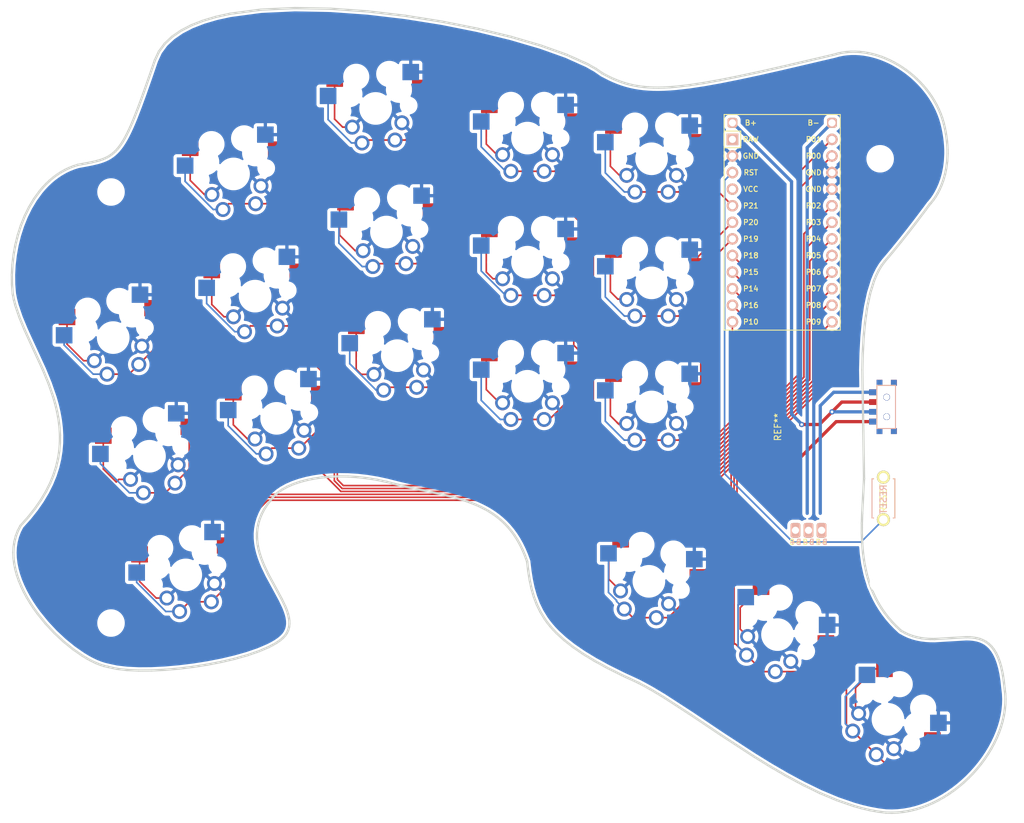
<source format=kicad_pcb>
(kicad_pcb (version 20211014) (generator pcbnew)
  (title_block (title "owl_generated") (rev "v1.0.0") (company "Unknown"))
  (layers (0 "F.Cu" signal) (31 "B.Cu" signal) (34 "B.Paste" user) (35 "F.Paste" user) (36 "B.SilkS" user "B.Silkscreen") (37 "F.SilkS" user "F.Silkscreen") (38 "B.Mask" user) (39 "F.Mask" user) (44 "Edge.Cuts" user))
  (net 0 "")
  (net 1 "P6")
  (net 2 "GND")
  (net 3 "P5")
  (net 4 "P4")
  (net 5 "P3")
  (net 6 "P2")
  (net 7 "P0")
  (net 8 "P1")
  (net 9 "P18")
  (net 10 "P15")
  (net 11 "P14")
  (net 12 "P16")
  (net 13 "P10")
  (net 14 "P19")
  (net 15 "P20")
  (net 16 "P21")
  (net 17 "P7")
  (net 18 "P8")
  (net 19 "P9")
  (net 20 "RAW")
  (net 21 "RST")
  (net 22 "VCC")
  (net 23 "Braw")
  (net 24 "Bplus")
  (net 25 "Bminus")
  (footprint "E73:SPDT_C128955" (layer "F.Cu") (at 169.768682 -74.888168 -90)
    (fp_text reference "T1" hide)
    (fp_text value "" hide)
  )
  (footprint "Library:bat" (layer "F.Cu") (at 157.8 -56)
    (fp_text reference "" hide)
    (fp_text value "" hide)
  )
  (footprint "kbd:ResetSW" (layer "F.Cu") (at 169.268682 -60.888168 -90)
    (fp_text reference "B1" hide)
    (fp_text value "")
  )
  (footprint "MX" (layer "F.Cu") (at 56.889875 -67.339581 17)
    (fp_text reference "S3" hide)
    (fp_text value "" hide)
  )
  (footprint "MX" (layer "F.Cu") (at 153.051105 -40.030285 150)
    (fp_text reference "S34" hide)
    (fp_text value "" hide)
  )
  (footprint "MX" (layer "F.Cu") (at 62.444938 -49.16979 -163)
    (fp_text reference "S2" hide)
    (fp_text value "" hide)
  )
  (footprint "MX" (layer "F.Cu") (at 93.172512 -101.668094 5)
    (fp_text reference "S15" hide)
    (fp_text value "" hide)
  )
  (footprint "Library:ProMicro" (layer "F.Cu") (at 153.768682 -101.888168 -90)
    (fp_text reference "MCU1" hide)
    (fp_text value "" hide)
  )
  (footprint "SMDPad" (layer "F.Cu") (at 168.768682 -112.888168)
    (fp_text reference "MOUNTING_PAD2" hide)
    (fp_text value "" hide)
  )
  (footprint "MX" (layer "F.Cu") (at 133.768682 -93.888168 180)
    (fp_text reference "S28" hide)
    (fp_text value "" hide)
  )
  (footprint "MX" (layer "F.Cu") (at 91.516553 -120.595793 -175)
    (fp_text reference "S18" hide)
    (fp_text value "" hide)
  )
  (footprint "MX" (layer "F.Cu") (at 76.359108 -73.143828 10)
    (fp_text reference "S7" hide)
    (fp_text value "" hide)
  )
  (footprint "SMDPad" (layer "F.Cu") (at 168.768682 -48)
    (fp_text reference "MOUNTING_PAD1" hide)
    (fp_text value "" hide)
  )
  (footprint "MX" (layer "F.Cu") (at 133.768682 -93.888168)
    (fp_text reference "S27" hide)
    (fp_text value "" hide)
  )
  (footprint "MX" (layer "F.Cu") (at 133.768682 -74.888168 180)
    (fp_text reference "S26" hide)
    (fp_text value "" hide)
  )
  (footprint "MX" (layer "F.Cu") (at 133.356349 -48.18812 -15)
    (fp_text reference "S31" hide)
    (fp_text value "" hide)
  )
  (footprint "SMDPad" (layer "F.Cu") (at 51 -41.8 -17)
    (fp_text reference "MOUNTING_PAD4" hide)
    (fp_text value "" hide)
  )
  (footprint "MX" (layer "F.Cu") (at 114.768682 -116.054834 180)
    (fp_text reference "S24" hide)
    (fp_text value "" hide)
  )
  (footprint "MX" (layer "F.Cu") (at 51.334813 -85.509371 17)
    (fp_text reference "S5" hide)
    (fp_text value "" hide)
  )
  (footprint "MX" (layer "F.Cu") (at 73.059792 -91.855176 -170)
    (fp_text reference "S10" hide)
    (fp_text value "" hide)
  )
  (footprint "SMDPad" (layer "F.Cu") (at 51 -107.8 -17)
    (fp_text reference "MOUNTING_PAD3" hide)
    (fp_text value "" hide)
  )
  (footprint "MX" (layer "F.Cu") (at 93.172512 -101.668094 -175)
    (fp_text reference "S16" hide)
    (fp_text value "" hide)
  )
  (footprint "MX" (layer "F.Cu") (at 56.889875 -67.339581 -163)
    (fp_text reference "S4" hide)
    (fp_text value "" hide)
  )
  (footprint "MX" (layer "F.Cu") (at 169.963375 -27.053044 135)
    (fp_text reference "S36" hide)
    (fp_text value "" hide)
  )
  (footprint "MX" (layer "F.Cu") (at 114.768682 -97.054834)
    (fp_text reference "S21" hide)
    (fp_text value "" hide)
  )
  (footprint "MX" (layer "F.Cu") (at 153.051105 -40.030285 -30)
    (fp_text reference "S33" hide)
    (fp_text value "" hide)
  )
  (footprint "MX" (layer "F.Cu") (at 133.768682 -112.888168 180)
    (fp_text reference "S30" hide)
    (fp_text value "" hide)
  )
  (footprint "MX" (layer "F.Cu") (at 133.768682 -74.888168)
    (fp_text reference "S25" hide)
    (fp_text value "" hide)
  )
  (footprint "MX" (layer "F.Cu") (at 114.768682 -116.054834)
    (fp_text reference "S23" hide)
    (fp_text value "" hide)
  )
  (footprint "MX" (layer "F.Cu") (at 69.760477 -110.566523 10)
    (fp_text reference "S11" hide)
    (fp_text value "" hide)
  )
  (footprint "MX" (layer "F.Cu") (at 114.768682 -97.054834 180)
    (fp_text reference "S22" hide)
    (fp_text value "" hide)
  )
  (footprint "MX" (layer "F.Cu") (at 73.059792 -91.855176 10)
    (fp_text reference "S9" hide)
    (fp_text value "" hide)
  )
  (footprint "MX" (layer "F.Cu") (at 133.356349 -48.18812 165)
    (fp_text reference "S32" hide)
    (fp_text value "" hide)
  )
  (footprint "MX" (layer "F.Cu") (at 133.768682 -112.888168)
    (fp_text reference "S29" hide)
    (fp_text value "" hide)
  )
  (footprint "MX" (layer "F.Cu") (at 169.963375 -27.053044 -45)
    (fp_text reference "S35" hide)
    (fp_text value "" hide)
  )
  (footprint "MX" (layer "F.Cu") (at 51.334813 -85.509371 -163)
    (fp_text reference "S6" hide)
    (fp_text value "" hide)
  )
  (footprint "MX" (layer "F.Cu") (at 69.760477 -110.566523 -170)
    (fp_text reference "S12" hide)
    (fp_text value "" hide)
  )
  (footprint "MX" (layer "F.Cu") (at 114.768682 -78.054834 180)
    (fp_text reference "S20" hide)
    (fp_text value "" hide)
  )
  (footprint "MX" (layer "F.Cu") (at 91.516553 -120.595793 5)
    (fp_text reference "S17" hide)
    (fp_text value "" hide)
  )
  (footprint "MX" (layer "F.Cu") (at 62.444938 -49.16979 17)
    (fp_text reference "S1" hide)
    (fp_text value "" hide)
  )
  (footprint "MX" (layer "F.Cu") (at 114.768682 -78.054834)
    (fp_text reference "S19" hide)
    (fp_text value "" hide)
  )
  (footprint "MX" (layer "F.Cu") (at 94.828471 -82.740394 5)
    (fp_text reference "S13" hide)
    (fp_text value "" hide)
  )
  (footprint "MX" (layer "F.Cu") (at 76.359108 -73.143828 -170)
    (fp_text reference "S8" hide)
    (fp_text value "" hide)
  )
  (footprint "E73:SPDT_C128955" (layer "F.Cu") (at 169.768682 -74.888168 -90)
    (fp_text reference "T2" hide)
    (fp_text value "" hide)
  )
  (footprint "Library:battery layout" (layer "F.Cu") (at 153.6 -71.8 90)
    (fp_text reference "REF**")
    (fp_text value "battery layout")
  )
  (footprint "MX" (layer "F.Cu") (at 94.828471 -82.740394 -175)
    (fp_text reference "S14" hide)
    (fp_text value "" hide)
  )
  (gr_line (start 175.153995 -39.475462) (end 175.802236 -39.399157) (layer "Edge.Cuts") (width 0.352777))
  (gr_line (start 147.048058 -125.497982) (end 150.160788 -126.166225) (layer "Edge.Cuts") (width 0.352777))
  (gr_line (start 112.221658 -131.564203) (end 116.808521 -130.224125) (layer "Edge.Cuts") (width 0.352777))
  (gr_line (start 76.553969 -61.783461) (end 75.992183 -61.283435) (layer "Edge.Cuts") (width 0.352777))
  (gr_line (start 36.590763 -49.149454) (end 36.350581 -50.019996) (layer "Edge.Cuts") (width 0.352777))
  (gr_line (start 41.035835 -61.936197) (end 41.673317 -63.21006) (layer "Edge.Cuts") (width 0.352777))
  (gr_line (start 48.652519 -35.69057) (end 47.985329 -36.008821) (layer "Edge.Cuts") (width 0.352777))
  (gr_line (start 42.508395 -75.155431) (end 42.193412 -76.271225) (layer "Edge.Cuts") (width 0.352777))
  (gr_line (start 39.166544 -44.049196) (end 38.623026 -44.870709) (layer "Edge.Cuts") (width 0.352777))
  (gr_line (start 85.900491 -64.256843) (end 84.559681 -64.207208) (layer "Edge.Cuts") (width 0.352777))
  (gr_line (start 178.797858 -116.993333) (end 178.914174 -116.284813) (layer "Edge.Cuts") (width 0.352777))
  (gr_line (start 78.890452 -63.058313) (end 78.009693 -62.674652) (layer "Edge.Cuts") (width 0.352777))
  (gr_line (start 187.851102 -28.448408) (end 187.710747 -27.593223) (layer "Edge.Cuts") (width 0.352777))
  (gr_line (start 176.356192 -105.907564) (end 176.356192 -105.907564) (layer "Edge.Cuts") (width 0.352777))
  (gr_line (start 187.324388 -35.017409) (end 187.527888 -34.071584) (layer "Edge.Cuts") (width 0.352777))
  (gr_line (start 79.864359 -63.395682) (end 78.890452 -63.058313) (layer "Edge.Cuts") (width 0.352777))
  (gr_line (start 126.261721 -125.955877) (end 127.473792 -125.33034) (layer "Edge.Cuts") (width 0.352777))
  (gr_line (start 78.137328 -40.737733) (end 77.931147 -40.291061) (layer "Edge.Cuts") (width 0.352777))
  (gr_line (start 174.505996 -39.595677) (end 175.153995 -39.475462) (layer "Edge.Cuts") (width 0.352777))
  (gr_line (start 125.233948 -126.664227) (end 126.261721 -125.955877) (layer "Edge.Cuts") (width 0.352777))
  (gr_line (start 36.891931 -48.28014) (end 36.590763 -49.149454) (layer "Edge.Cuts") (width 0.352777))
  (gr_line (start 162.993212 -129.145407) (end 163.644804 -129.233531) (layer "Edge.Cuts") (width 0.352777))
  (gr_line (start 69.981232 -36.334726) (end 67.938806 -35.854999) (layer "Edge.Cuts") (width 0.352777))
  (gr_line (start 83.279073 -64.092523) (end 82.065258 -63.916539) (layer "Edge.Cuts") (width 0.352777))
  (gr_line (start 36.083164 -53.458881) (end 36.210499 -54.293894) (layer "Edge.Cuts") (width 0.352777))
  (gr_line (start 84.633151 -135.863504) (end 90.318501 -135.455718) (layer "Edge.Cuts") (width 0.352777))
  (gr_line (start 57.706385 -127.956123) (end 58.330782 -129.306299) (layer "Edge.Cuts") (width 0.352777))
  (gr_line (start 37.125311 -56.695194) (end 38.321166 -58.027331) (layer "Edge.Cuts") (width 0.352777))
  (gr_line (start 63.336268 -133.35033) (end 65.129693 -134.046906) (layer "Edge.Cuts") (width 0.352777))
  (gr_line (start 51.94784 -114.354691) (end 52.233031 -114.701859) (layer "Edge.Cuts") (width 0.352777))
  (gr_line (start 178.16418 -108.840023) (end 177.858599 -108.150618) (layer "Edge.Cuts") (width 0.352777))
  (gr_line (start 54.565887 -119.21911) (end 55.235788 -120.945633) (layer "Edge.Cuts") (width 0.352777))
  (gr_line (start 179.333127 -15.654063) (end 178.528406 -15.142863) (layer "Edge.Cuts") (width 0.352777))
  (gr_line (start 133.632145 -31.633937) (end 131.81798 -32.618179) (layer "Edge.Cuts") (width 0.352777))
  (gr_line (start 115.373241 -47.106486) (end 115.095871 -48.409072) (layer "Edge.Cuts") (width 0.352777))
  (gr_line (start 38.321166 -58.027331) (end 39.366827 -59.344859) (layer "Edge.Cuts") (width 0.352777))
  (gr_line (start 73.547755 -53.313539) (end 73.721735 -52.605741) (layer "Edge.Cuts") (width 0.352777))
  (gr_line (start 75.992183 -61.283435) (end 75.549898 -60.752125) (layer "Edge.Cuts") (width 0.352777))
  (gr_line (start 137.506519 -123.924321) (end 139.514407 -124.15378) (layer "Edge.Cuts") (width 0.352777))
  (gr_line (start 111.775479 -56.503268) (end 111.251465 -57.055907) (layer "Edge.Cuts") (width 0.352777))
  (gr_line (start 136.58038 -123.850315) (end 137.506519 -123.924321) (layer "Edge.Cuts") (width 0.352777))
  (gr_line (start 75.793567 -38.451924) (end 75.132861 -38.112906) (layer "Edge.Cuts") (width 0.352777))
  (gr_line (start 179.08742 -114.301364) (end 179.092632 -113.687476) (layer "Edge.Cuts") (width 0.352777))
  (gr_line (start 114.373489 -52.149552) (end 114.009372 -53.01148) (layer "Edge.Cuts") (width 0.352777))
  (gr_line (start 187.710747 -27.593223) (end 187.515291 -26.738506) (layer "Edge.Cuts") (width 0.352777))
  (gr_line (start 176.356192 -105.907564) (end 175.752611 -105.089013) (layer "Edge.Cuts") (width 0.352777))
  (gr_line (start 166.370616 -50.919809) (end 166.703368 -49.359573) (layer "Edge.Cuts") (width 0.352777))
  (gr_line (start 126.261721 -125.955877) (end 126.261721 -125.955877) (layer "Edge.Cuts") (width 0.352777))
  (gr_line (start 93.276987 -63.397951) (end 93.276987 -63.397951) (layer "Edge.Cuts") (width 0.352777))
  (gr_line (start 178.449089 -109.622446) (end 178.16418 -108.840023) (layer "Edge.Cuts") (width 0.352777))
  (gr_line (start 39.366827 -59.344859) (end 40.269361 -60.647806) (layer "Edge.Cuts") (width 0.352777))
  (gr_line (start 150.160788 -126.166225) (end 153.623368 -126.945339) (layer "Edge.Cuts") (width 0.352777))
  (gr_line (start 170.106565 -97.913892) (end 169.477015 -97.176342) (layer "Edge.Cuts") (width 0.352777))
  (gr_line (start 50.405001 -113.12637) (end 50.735738 -113.31472) (layer "Edge.Cuts") (width 0.352777))
  (gr_line (start 53.650742 -117.116063) (end 53.946463 -117.756322) (layer "Edge.Cuts") (width 0.352777))
  (gr_line (start 170.009997 -42.656654) (end 170.602139 -41.969214) (layer "Edge.Cuts") (width 0.352777))
  (gr_line (start 39.216857 -106.76043) (end 40.088223 -107.954777) (layer "Edge.Cuts") (width 0.352777))
  (gr_line (start 144.476122 -24.598525) (end 139.837665 -27.707352) (layer "Edge.Cuts") (width 0.352777))
  (gr_line (start 57.19441 -34.536392) (end 55.2357 -34.524851) (layer "Edge.Cuts") (width 0.352777))
  (gr_line (start 178.649245 -117.725591) (end 178.649245 -117.725591) (layer "Edge.Cuts") (width 0.352777))
  (gr_line (start 51.847447 -34.795289) (end 50.502653 -35.087604) (layer "Edge.Cuts") (width 0.352777))
  (gr_line (start 76.503325 -46.656554) (end 77.147925 -45.455898) (layer "Edge.Cuts") (width 0.352777))
  (gr_line (start 52.233031 -114.701859) (end 52.515038 -115.090109) (layer "Edge.Cuts") (width 0.352777))
  (gr_line (start 171.965759 -100.177702) (end 170.734823 -98.665653) (layer "Edge.Cuts") (width 0.352777))
  (gr_line (start 171.246927 -41.297857) (end 171.946459 -40.643844) (layer "Edge.Cuts") (width 0.352777))
  (gr_line (start 96.775441 -62.549719) (end 95.03998 -62.946871) (layer "Edge.Cuts") (width 0.352777))
  (gr_line (start 186.811483 -36.585598) (end 187.085085 -35.853277) (layer "Edge.Cuts") (width 0.352777))
  (gr_line (start 166.243721 -85.565606) (end 166.106583 -83.087273) (layer "Edge.Cuts") (width 0.352777))
  (gr_line (start 179 -115.6) (end 179.057146 -114.938861) (layer "Edge.Cuts") (width 0.352777))
  (gr_line (start 117.80603 -41.867288) (end 117.41331 -42.412903) (layer "Edge.Cuts") (width 0.352777))
  (gr_line (start 78.263879 -41.201039) (end 78.137328 -40.737733) (layer "Edge.Cuts") (width 0.352777))
  (gr_line (start 173.327946 -13.054039) (end 172.41787 -12.892025) (layer "Edge.Cuts") (width 0.352777))
  (gr_line (start 177.702627 -14.674134) (end 176.857792 -14.250347) (layer "Edge.Cuts") (width 0.352777))
  (gr_line (start 170.242436 -127.965363) (end 170.874132 -127.647054) (layer "Edge.Cuts") (width 0.352777))
  (gr_line (start 166.703368 -49.359573) (end 166.916172 -48.584057) (layer "Edge.Cuts") (width 0.352777))
  (gr_line (start 118.705289 -40.792077) (end 118.236022 -41.327357) (layer "Edge.Cuts") (width 0.352777))
  (gr_line (start 131.81798 -32.618179) (end 131.81798 -32.618179) (layer "Edge.Cuts") (width 0.352777))
  (gr_line (start 175.752611 -105.089013) (end 174.173379 -102.997159) (layer "Edge.Cuts") (width 0.352777))
  (gr_line (start 37.772659 -104.10444) (end 38.445061 -105.471773) (layer "Edge.Cuts") (width 0.352777))
  (gr_line (start 47.985329 -36.008821) (end 47.299853 -36.381074) (layer "Edge.Cuts") (width 0.352777))
  (gr_line (start 167.20858 -13.149134) (end 165.965811 -13.437826) (layer "Edge.Cuts") (width 0.352777))
  (gr_line (start 57.706385 -127.956123) (end 57.706385 -127.956123) (layer "Edge.Cuts") (width 0.352777))
  (gr_line (start 45.246264 -111.743126) (end 45.944758 -111.96475) (layer "Edge.Cuts") (width 0.352777))
  (gr_line (start 166.042721 -80.566281) (end 166.302023 -63.927116) (layer "Edge.Cuts") (width 0.352777))
  (gr_line (start 182.519348 -39.624194) (end 183.053351 -39.574727) (layer "Edge.Cuts") (width 0.352777))
  (gr_line (start 176.962529 -106.637923) (end 176.527069 -106.089809) (layer "Edge.Cuts") (width 0.352777))
  (gr_line (start 63.620377 -35.096047) (end 61.429123 -34.827158) (layer "Edge.Cuts") (width 0.352777))
  (gr_line (start 101.709475 -133.882878) (end 107.143352 -132.79698) (layer "Edge.Cuts") (width 0.352777))
  (gr_line (start 187.266738 -25.886728) (end 186.96709 -25.040359) (layer "Edge.Cuts") (width 0.352777))
  (gr_line (start 51.360008 -113.771178) (end 51.657491 -114.0455) (layer "Edge.Cuts") (width 0.352777))
  (gr_line (start 35.950566 -92.209244) (end 35.950566 -92.209244) (layer "Edge.Cuts") (width 0.352777))
  (gr_line (start 185.404106 -38.607639) (end 185.799892 -38.225393) (layer "Edge.Cuts") (width 0.352777))
  (gr_line (start 182.970774 -18.760657) (end 182.301381 -18.074162) (layer "Edge.Cuts") (width 0.352777))
  (gr_line (start 186.618349 -24.201871) (end 186.222517 -23.373735) (layer "Edge.Cuts") (width 0.352777))
  (gr_line (start 53.946463 -117.756322) (end 54.250853 -118.456303) (layer "Edge.Cuts") (width 0.352777))
  (gr_line (start 186.167384 -37.765245) (end 186.505082 -37.220783) (layer "Edge.Cuts") (width 0.352777))
  (gr_line (start 139.837665 -27.707352) (end 135.582442 -30.466022) (layer "Edge.Cuts") (width 0.352777))
  (gr_line (start 73.962087 -135.723911) (end 79.135722 -135.966094) (layer "Edge.Cuts") (width 0.352777))
  (gr_line (start 77.228669 -62.248451) (end 76.553969 -61.783461) (layer "Edge.Cuts") (width 0.352777))
  (gr_line (start 128.682247 -124.810032) (end 129.294322 -124.589486) (layer "Edge.Cuts") (width 0.352777))
  (gr_line (start 179.057146 -114.938861) (end 179.08742 -114.301364) (layer "Edge.Cuts") (width 0.352777))
  (gr_line (start 167.76549 -46.291034) (end 168.125895 -45.542067) (layer "Edge.Cuts") (width 0.352777))
  (gr_line (start 39.746015 -43.245575) (end 39.166544 -44.049196) (layer "Edge.Cuts") (width 0.352777))
  (gr_line (start 185.297594 -21.758399) (end 184.772507 -20.976141) (layer "Edge.Cuts") (width 0.352777))
  (gr_line (start 116.731686 -43.525321) (end 116.175139 -44.672879) (layer "Edge.Cuts") (width 0.352777))
  (gr_line (start 176.27626 -122.959368) (end 176.688751 -122.363589) (layer "Edge.Cuts") (width 0.352777))
  (gr_line (start 41.059336 -109.039182) (end 41.582351 -109.535272) (layer "Edge.Cuts") (width 0.352777))
  (gr_line (start 42.130369 -109.998015) (end 42.703412 -110.425456) (layer "Edge.Cuts") (width 0.352777))
  (gr_line (start 35.834136 -93.643239) (end 35.815696 -95.123615) (layer "Edge.Cuts") (width 0.352777))
  (gr_line (start 108.287846 -59.230764) (end 107.631839 -59.56592) (layer "Edge.Cuts") (width 0.352777))
  (gr_line (start 135.701202 -123.803381) (end 136.58038 -123.850315) (layer "Edge.Cuts") (width 0.352777))
  (gr_line (start 41.582351 -109.535272) (end 42.130369 -109.998015) (layer "Edge.Cuts") (width 0.352777))
  (gr_line (start 100.138958 -61.835596) (end 96.775441 -62.549719) (layer "Edge.Cuts") (width 0.352777))
  (gr_line (start 173.267527 -126.078937) (end 173.824292 -125.618517) (layer "Edge.Cuts") (width 0.352777))
  (gr_line (start 149.390283 -21.395895) (end 144.476122 -24.598525) (layer "Edge.Cuts") (width 0.352777))
  (gr_line (start 43.301501 -110.815641) (end 43.924658 -111.166618) (layer "Edge.Cuts") (width 0.352777))
  (gr_line (start 110.132401 -58.035866) (end 109.538902 -58.468287) (layer "Edge.Cuts") (width 0.352777))
  (gr_line (start 166.966229 -129.061304) (end 167.631676 -128.91175) (layer "Edge.Cuts") (width 0.352777))
  (gr_line (start 178.271101 -119.123565) (end 178.48002 -118.430795) (layer "Edge.Cuts") (width 0.352777))
  (gr_line (start 172.100802 -126.919839) (end 172.692481 -126.513066) (layer "Edge.Cuts") (width 0.352777))
  (gr_line (start 167.162728 -47.813289) (end 167.445134 -47.048528) (layer "Edge.Cuts") (width 0.352777))
  (gr_line (start 185.781599 -22.55842) (end 185.297594 -21.758399) (layer "Edge.Cuts") (width 0.352777))
  (gr_line (start 129.290233 -33.786408) (end 127.031649 -34.915363) (layer "Edge.Cuts") (width 0.352777))
  (gr_line (start 45.944758 -111.96475) (end 47.051905 -112.166626) (layer "Edge.Cuts") (width 0.352777))
  (gr_line (start 171.946459 -40.643844) (end 171.946459 -40.643844) (layer "Edge.Cuts") (width 0.352777))
  (gr_line (start 43.074671 -68.160753) (end 43.173203 -69.362369) (layer "Edge.Cuts") (width 0.352777))
  (gr_line (start 121.710774 -38.149265) (end 120.368745 -39.203806) (layer "Edge.Cuts") (width 0.352777))
  (gr_line (start 182.301381 -18.074162) (end 181.600917 -17.417784) (layer "Edge.Cuts") (width 0.352777))
  (gr_line (start 69.24812 -135.097374) (end 73.962087 -135.723911) (layer "Edge.Cuts") (width 0.352777))
  (gr_line (start 61.74268 -132.532928) (end 63.336268 -133.35033) (layer "Edge.Cuts") (width 0.352777))
  (gr_line (start 54.250853 -118.456303) (end 54.565887 -119.21911) (layer "Edge.Cuts") (width 0.352777))
  (gr_line (start 175.995904 -13.873974) (end 175.118965 -13.547484) (layer "Edge.Cuts") (width 0.352777))
  (gr_line (start 73.939139 -51.906178) (end 74.193815 -51.215272) (layer "Edge.Cuts") (width 0.352777))
  (gr_line (start 107.631839 -59.56592) (end 106.956547 -59.873755) (layer "Edge.Cuts") (width 0.352777))
  (gr_line (start 186.505082 -37.220783) (end 186.811483 -36.585598) (layer "Edge.Cuts") (width 0.352777))
  (gr_line (start 166.147676 -52.483921) (end 166.370616 -50.919809) (layer "Edge.Cuts") (width 0.352777))
  (gr_line (start 168.293668 -128.726313) (end 168.950556 -128.506059) (layer "Edge.Cuts") (width 0.352777))
  (gr_line (start 123.257929 -37.088523) (end 121.710774 -38.149265) (layer "Edge.Cuts") (width 0.352777))
  (gr_line (start 166.106583 -83.087273) (end 166.042721 -80.566281) (layer "Edge.Cuts") (width 0.352777))
  (gr_line (start 174.876393 -124.62307) (end 175.368433 -124.090175) (layer "Edge.Cuts") (width 0.352777))
  (gr_line (start 178.48002 -118.430795) (end 178.649245 -117.725591) (layer "Edge.Cuts") (width 0.352777))
  (gr_line (start 42.772128 -74.025399) (end 42.508395 -75.155431) (layer "Edge.Cuts") (width 0.352777))
  (gr_line (start 77.931147 -40.291061) (end 77.931147 -40.291061) (layer "Edge.Cuts") (width 0.352777))
  (gr_line (start 75.549898 -60.752125) (end 75.549898 -60.752125) (layer "Edge.Cuts") (width 0.352777))
  (gr_line (start 36.124395 -91.317647) (end 35.950566 -92.209244) (layer "Edge.Cuts") (width 0.352777))
  (gr_line (start 116.175139 -44.672879) (end 115.72766 -45.863845) (layer "Edge.Cuts") (width 0.352777))
  (gr_line (start 168.573348 -95.840247) (end 168.184988 -95.058606) (layer "Edge.Cuts") (width 0.352777))
  (gr_line (start 50.059228 -112.960464) (end 50.405001 -113.12637) (layer "Edge.Cuts") (width 0.352777))
  (gr_line (start 184.062012 -39.351076) (end 184.533665 -39.16407) (layer "Edge.Cuts") (width 0.352777))
  (gr_line (start 37.125311 -56.695194) (end 37.125311 -56.695194) (layer "Edge.Cuts") (width 0.352777))
  (gr_line (start 163.644804 -129.233531) (end 164.302823 -129.279378) (layer "Edge.Cuts") (width 0.352777))
  (gr_line (start 166.800091 -90.22548) (end 166.469702 -87.959076) (layer "Edge.Cuts") (width 0.352777))
  (gr_line (start 78.316952 -41.680558) (end 78.263879 -41.201039) (layer "Edge.Cuts") (width 0.352777))
  (gr_line (start 51.053415 -113.528621) (end 51.360008 -113.771178) (layer "Edge.Cuts") (width 0.352777))
  (gr_line (start 178.899018 -111.467376) (end 178.698858 -110.498144) (layer "Edge.Cuts") (width 0.352777))
  (gr_line (start 173.126414 -101.644274) (end 171.965759 -100.177702) (layer "Edge.Cuts") (width 0.352777))
  (gr_line (start 167.250451 -92.322612) (end 166.800091 -90.22548) (layer "Edge.Cuts") (width 0.352777))
  (gr_line (start 47.299853 -36.381074) (end 46.600264 -36.804551) (layer "Edge.Cuts") (width 0.352777))
  (gr_line (start 38.119634 -45.707338) (end 37.660539 -46.556305) (layer "Edge.Cuts") (width 0.352777))
  (gr_line (start 151.91715 -19.839516) (end 149.390283 -21.395895) (layer "Edge.Cuts") (width 0.352777))
  (gr_line (start 105.551205 -60.417661) (end 104.822706 -60.658834) (layer "Edge.Cuts") (width 0.352777))
  (gr_line (start 120.768068 -128.816326) (end 123.964426 -127.380384) (layer "Edge.Cuts") (width 0.352777))
  (gr_line (start 45.175433 -37.794067) (end 43.744215 -38.955148) (layer "Edge.Cuts") (width 0.352777))
  (gr_line (start 53.077405 -116.002282) (end 53.361715 -116.532419) (layer "Edge.Cuts") (width 0.352777))
  (gr_line (start 110.703514 -57.565922) (end 110.132401 -58.035866) (layer "Edge.Cuts") (width 0.352777))
  (gr_line (start 35.89542 -96.634738) (end 36.073484 -98.160976) (layer "Edge.Cuts") (width 0.352777))
  (gr_line (start 74.062608 -58.463463) (end 73.76034 -57.70977) (layer "Edge.Cuts") (width 0.352777))
  (gr_line (start 131.206125 -124.086983) (end 131.880858 -123.972724) (layer "Edge.Cuts") (width 0.352777))
  (gr_line (start 44.572905 -111.476431) (end 45.246264 -111.743126) (layer "Edge.Cuts") (width 0.352777))
  (gr_line (start 179.092632 -113.687476) (end 179.035099 -112.530401) (layer "Edge.Cuts") (width 0.352777))
  (gr_line (start 169.477015 -97.176342) (end 169.477015 -97.176342) (layer "Edge.Cuts") (width 0.352777))
  (gr_line (start 166.469702 -87.959076) (end 166.243721 -85.565606) (layer "Edge.Cuts") (width 0.352777))
  (gr_line (start 91.733991 -63.729844) (end 90.218255 -63.977928) (layer "Edge.Cuts") (width 0.352777))
  (gr_line (start 60.365913 -131.589754) (end 61.74268 -132.532928) (layer "Edge.Cuts") (width 0.352777))
  (gr_line (start 40.562318 -80.592556) (end 38.676603 -84.688207) (layer "Edge.Cuts") (width 0.352777))
  (gr_line (start 50.735738 -113.31472) (end 51.053415 -113.528621) (layer "Edge.Cuts") (width 0.352777))
  (gr_line (start 36.360053 -90.412238) (end 36.124395 -91.317647) (layer "Edge.Cuts") (width 0.352777))
  (gr_line (start 144.255721 -124.940141) (end 147.048058 -125.497982) (layer "Edge.Cuts") (width 0.352777))
  (gr_line (start 65.804396 -35.440383) (end 63.620377 -35.096047) (layer "Edge.Cuts") (width 0.352777))
  (gr_line (start 73.721735 -52.605741) (end 73.939139 -51.906178) (layer "Edge.Cuts") (width 0.352777))
  (gr_line (start 168.528449 -44.802885) (end 168.975251 -44.07475) (layer "Edge.Cuts") (width 0.352777))
  (gr_line (start 71.8893 -36.874399) (end 69.981232 -36.334726) (layer "Edge.Cuts") (width 0.352777))
  (gr_line (start 165.969783 -57.098742) (end 165.964054 -55.583464) (layer "Edge.Cuts") (width 0.352777))
  (gr_line (start 48.911946 -112.566348) (end 49.314676 -112.683559) (layer "Edge.Cuts") (width 0.352777))
  (gr_line (start 53.439254 -34.609428) (end 51.847447 -34.795289) (layer "Edge.Cuts") (width 0.352777))
  (gr_line (start 180.114788 -16.205263) (end 179.333127 -15.654063) (layer "Edge.Cuts") (width 0.352777))
  (gr_line (start 90.318501 -135.455718) (end 96.0559 -134.782317) (layer "Edge.Cuts") (width 0.352777))
  (gr_line (start 172.41787 -12.892025) (end 171.500753 -12.789778) (layer "Edge.Cuts") (width 0.352777))
  (gr_line (start 37.249914 -47.414831) (end 36.891931 -48.28014) (layer "Edge.Cuts") (width 0.352777))
  (gr_line (start 41.673317 -63.21006) (end 42.188874 -64.46942) (layer "Edge.Cuts") (width 0.352777))
  (gr_line (start 38.623026 -44.870709) (end 38.119634 -45.707338) (layer "Edge.Cuts") (width 0.352777))
  (gr_line (start 42.977543 -72.881104) (end 42.772128 -74.025399) (layer "Edge.Cuts") (width 0.352777))
  (gr_line (start 73.620634 -37.468848) (end 71.8893 -36.874399) (layer "Edge.Cuts") (width 0.352777))
  (gr_line (start 36.7274 -55.914829) (end 37.125311 -56.695194) (layer "Edge.Cuts") (width 0.352777))
  (gr_line (start 172.692481 -126.513066) (end 173.267527 -126.078937) (layer "Edge.Cuts") (width 0.352777))
  (gr_line (start 153.623368 -126.945339) (end 161.715899 -128.838062) (layer "Edge.Cuts") (width 0.352777))
  (gr_line (start 177.740771 -120.467537) (end 178.024136 -119.802834) (layer "Edge.Cuts") (width 0.352777))
  (gr_line (start 104.822706 -60.658834) (end 103.317929 -61.092367) (layer "Edge.Cuts") (width 0.352777))
  (gr_line (start 167.836349 -94.208269) (end 167.250451 -92.322612) (layer "Edge.Cuts") (width 0.352777))
  (gr_line (start 43.185148 -70.549615) (end 43.117572 -71.722518) (layer "Edge.Cuts") (width 0.352777))
  (gr_line (start 42.188874 -64.46942) (end 42.589574 -65.714305) (layer "Edge.Cuts") (width 0.352777))
  (gr_line (start 65.129693 -134.046906) (end 67.105972 -134.627606) (layer "Edge.Cuts") (width 0.352777))
  (gr_line (start 169.653406 -12.774467) (end 168.438339 -12.926679) (layer "Edge.Cuts") (width 0.352777))
  (gr_line (start 168.975251 -44.07475) (end 169.468401 -43.35892) (layer "Edge.Cuts") (width 0.352777))
  (gr_line (start 40.996128 -41.703123) (end 39.746015 -43.245575) (layer "Edge.Cuts") (width 0.352777))
  (gr_line (start 187.934355 -29.301591) (end 187.851102 -28.448408) (layer "Edge.Cuts") (width 0.352777))
  (gr_line (start 53.361715 -116.532419) (end 53.650742 -117.116063) (layer "Edge.Cuts") (width 0.352777))
  (gr_line (start 75.549898 -60.752125) (end 74.951234 -59.98506) (layer "Edge.Cuts") (width 0.352777))
  (gr_line (start 164.965623 -129.284013) (end 165.631555 -129.248501) (layer "Edge.Cuts") (width 0.352777))
  (gr_line (start 141.754323 -124.49223) (end 144.255721 -124.940141) (layer "Edge.Cuts") (width 0.352777))
  (gr_line (start 55.97197 -122.960742) (end 56.790235 -125.289288) (layer "Edge.Cuts") (width 0.352777))
  (gr_line (start 42.589574 -65.714305) (end 42.882484 -66.94474) (layer "Edge.Cuts") (width 0.352777))
  (gr_line (start 55.235788 -120.945633) (end 55.97197 -122.960742) (layer "Edge.Cuts") (width 0.352777))
  (gr_line (start 171.500753 -12.789778) (end 170.578597 -12.749768) (layer "Edge.Cuts") (width 0.352777))
  (gr_line (start 184.20834 -20.214118) (end 183.607095 -19.474799) (layer "Edge.Cuts") (width 0.352777))
  (gr_line (start 167.631676 -128.91175) (end 168.293668 -128.726313) (layer "Edge.Cuts") (width 0.352777))
  (gr_line (start 187.821474 -31.824417) (end 187.821474 -31.824417) (layer "Edge.Cuts") (width 0.352777))
  (gr_line (start 49.696445 -112.813896) (end 50.059228 -112.960464) (layer "Edge.Cuts") (width 0.352777))
  (gr_line (start 167.445134 -47.048528) (end 167.76549 -46.291034) (layer "Edge.Cuts") (width 0.352777))
  (gr_line (start 47.051905 -112.166626) (end 48.0357 -112.358875) (layer "Edge.Cuts") (width 0.352777))
  (gr_line (start 40.269361 -60.647806) (end 41.035835 -61.936197) (layer "Edge.Cuts") (width 0.352777))
  (gr_line (start 175.802236 -39.399157) (end 176.449217 -39.360348) (layer "Edge.Cuts") (width 0.352777))
  (gr_line (start 175.118965 -13.547484) (end 174.228978 -13.273349) (layer "Edge.Cuts") (width 0.352777))
  (gr_line (start 42.882484 -66.94474) (end 43.074671 -68.160753) (layer "Edge.Cuts") (width 0.352777))
  (gr_line (start 112.274782 -55.905457) (end 111.775479 -56.503268) (layer "Edge.Cuts") (width 0.352777))
  (gr_line (start 118.236022 -41.327357) (end 117.80603 -41.867288) (layer "Edge.Cuts") (width 0.352777))
  (gr_line (start 169.600695 -128.252054) (end 170.242436 -127.965363) (layer "Edge.Cuts") (width 0.352777))
  (gr_line (start 187.527888 -34.071584) (end 187.694084 -33.00939) (layer "Edge.Cuts") (width 0.352777))
  (gr_line (start 176.688751 -122.363589) (end 177.071431 -121.74898) (layer "Edge.Cuts") (width 0.352777))
  (gr_line (start 168.125895 -45.542067) (end 168.528449 -44.802885) (layer "Edge.Cuts") (width 0.352777))
  (gr_line (start 36.988581 -88.559871) (end 36.360053 -90.412238) (layer "Edge.Cuts") (width 0.352777))
  (gr_line (start 127.031649 -34.915363) (end 125.026217 -36.013312) (layer "Edge.Cuts") (width 0.352777))
  (gr_line (start 46.600264 -36.804551) (end 45.175433 -37.794067) (layer "Edge.Cuts") (width 0.352777))
  (gr_line (start 129.916539 -124.395423) (end 130.552579 -124.227903) (layer "Edge.Cuts") (width 0.352777))
  (gr_line (start 58.330782 -129.306299) (end 59.222953 -130.51586) (layer "Edge.Cuts") (width 0.352777))
  (gr_line (start 106.956547 -59.873755) (end 106.262744 -60.156818) (layer "Edge.Cuts") (width 0.352777))
  (gr_line (start 74.951234 -59.98506) (end 74.457521 -59.222033) (layer "Edge.Cuts") (width 0.352777))
  (gr_line (start 61.429123 -34.827158) (end 59.273009 -34.638884) (layer "Edge.Cuts") (width 0.352777))
  (gr_line (start 181.600917 -17.417784) (end 180.871385 -16.793994) (layer "Edge.Cuts") (width 0.352777))
  (gr_line (start 75.132861 -38.112906) (end 73.620634 -37.468848) (layer "Edge.Cuts") (width 0.352777))
  (gr_line (start 49.314676 -112.683559) (end 49.696445 -112.813896) (layer "Edge.Cuts") (width 0.352777))
  (gr_line (start 78.096834 -43.212197) (end 78.227277 -42.686557) (layer "Edge.Cuts") (width 0.352777))
  (gr_line (start 96.0559 -134.782317) (end 101.709475 -133.882878) (layer "Edge.Cuts") (width 0.352777))
  (gr_line (start 178.914174 -116.284813) (end 179 -115.6) (layer "Edge.Cuts") (width 0.352777))
  (gr_line (start 49.297252 -35.429099) (end 48.652519 -35.69057) (layer "Edge.Cuts") (width 0.352777))
  (gr_line (start 77.330492 -39.529181) (end 76.897679 -39.160707) (layer "Edge.Cuts") (width 0.352777))
  (gr_line (start 187.821474 -31.824417) (end 187.921544 -30.992066) (layer "Edge.Cuts") (width 0.352777))
  (gr_line (start 187.694084 -33.00939) (end 187.821474 -31.824417) (layer "Edge.Cuts") (width 0.352777))
  (gr_line (start 95.03998 -62.946871) (end 93.276987 -63.397951) (layer "Edge.Cuts") (width 0.352777))
  (gr_line (start 50.502653 -35.087604) (end 50.502653 -35.087604) (layer "Edge.Cuts") (width 0.352777))
  (gr_line (start 36.350581 -50.019996) (end 36.175558 -50.888986) (layer "Edge.Cuts") (width 0.352777))
  (gr_line (start 177.422654 -121.116607) (end 177.740771 -120.467537) (layer "Edge.Cuts") (width 0.352777))
  (gr_line (start 59.273009 -34.638884) (end 57.19441 -34.536392) (layer "Edge.Cuts") (width 0.352777))
  (gr_line (start 177.093438 -39.352627) (end 181.967564 -39.640636) (layer "Edge.Cuts") (width 0.352777))
  (gr_line (start 108.923792 -58.865736) (end 108.287846 -59.230764) (layer "Edge.Cuts") (width 0.352777))
  (gr_line (start 73.76034 -57.70977) (end 73.544566 -56.961374) (layer "Edge.Cuts") (width 0.352777))
  (gr_line (start 170.874132 -127.647054) (end 171.494136 -127.29819) (layer "Edge.Cuts") (width 0.352777))
  (gr_line (start 176.449217 -39.360348) (end 177.093438 -39.352627) (layer "Edge.Cuts") (width 0.352777))
  (gr_line (start 127.473792 -125.33034) (end 128.076631 -125.057003) (layer "Edge.Cuts") (width 0.352777))
  (gr_line (start 73.354679 -54.752164) (end 73.423352 -54.029154) (layer "Edge.Cuts") (width 0.352777))
  (gr_line (start 166.302023 -63.927116) (end 166.018144 -58.577587) (layer "Edge.Cuts") (width 0.352777))
  (gr_line (start 76.897679 -39.160707) (end 76.383605 -38.801407) (layer "Edge.Cuts") (width 0.352777))
  (gr_line (start 52.515038 -115.090109) (end 52.795838 -115.522548) (layer "Edge.Cuts") (width 0.352777))
  (gr_line (start 154.47262 -18.355819) (end 151.91715 -19.839516) (layer "Edge.Cuts") (width 0.352777))
  (gr_line (start 75.119946 -49.198684) (end 76.503325 -46.656554) (layer "Edge.Cuts") (width 0.352777))
  (gr_line (start 116.808521 -130.224125) (end 120.768068 -128.816326) (layer "Edge.Cuts") (width 0.352777))
  (gr_line (start 178.649245 -117.725591) (end 178.797858 -116.993333) (layer "Edge.Cuts") (width 0.352777))
  (gr_line (start 185.799892 -38.225393) (end 186.167384 -37.765245) (layer "Edge.Cuts") (width 0.352777))
  (gr_line (start 170.602139 -41.969214) (end 171.246927 -41.297857) (layer "Edge.Cuts") (width 0.352777))
  (gr_line (start 37.779611 -86.651931) (end 36.988581 -88.559871) (layer "Edge.Cuts") (width 0.352777))
  (gr_line (start 36.073484 -98.160976) (end 36.350065 -99.686697) (layer "Edge.Cuts") (width 0.352777))
  (gr_line (start 36.350065 -99.686697) (end 36.725337 -101.19627) (layer "Edge.Cuts") (width 0.352777))
  (gr_line (start 52.795838 -115.522548) (end 53.077405 -116.002282) (layer "Edge.Cuts") (width 0.352777))
  (gr_line (start 186.96709 -25.040359) (end 186.618349 -24.201871) (layer "Edge.Cuts") (width 0.352777))
  (gr_line (start 76.383605 -38.801407) (end 75.793567 -38.451924) (layer "Edge.Cuts") (width 0.352777))
  (gr_line (start 117.41331 -42.412903) (end 116.731686 -43.525321) (layer "Edge.Cuts") (width 0.352777))
  (gr_line (start 78.227277 -42.686557) (end 78.302701 -42.175871) (layer "Edge.Cuts") (width 0.352777))
  (gr_line (start 78.009693 -62.674652) (end 77.228669 -62.248451) (layer "Edge.Cuts") (width 0.352777))
  (gr_line (start 123.964426 -127.380384) (end 125.233948 -126.664227) (layer "Edge.Cuts") (width 0.352777))
  (gr_line (start 55.2357 -34.524851) (end 53.439254 -34.609428) (layer "Edge.Cuts") (width 0.352777))
  (gr_line (start 128.076631 -125.057003) (end 128.682247 -124.810032) (layer "Edge.Cuts") (width 0.352777))
  (gr_line (start 176.857792 -14.250347) (end 175.995904 -13.873974) (layer "Edge.Cuts") (width 0.352777))
  (gr_line (start 38.445061 -105.471773) (end 39.216857 -106.76043) (layer "Edge.Cuts") (width 0.352777))
  (gr_line (start 36.423853 -55.113469) (end 36.7274 -55.914829) (layer "Edge.Cuts") (width 0.352777))
  (gr_line (start 56.790235 -125.289288) (end 57.706385 -127.956123) (layer "Edge.Cuts") (width 0.352777))
  (gr_line (start 131.880858 -123.972724) (end 132.580461 -123.885183) (layer "Edge.Cuts") (width 0.352777))
  (gr_line (start 132.580461 -123.885183) (end 133.308614 -123.82442) (layer "Edge.Cuts") (width 0.352777))
  (gr_line (start 131.81798 -32.618179) (end 129.290233 -33.786408) (layer "Edge.Cuts") (width 0.352777))
  (gr_line (start 79.135722 -135.966094) (end 84.633151 -135.863504) (layer "Edge.Cuts") (width 0.352777))
  (gr_line (start 36.037677 -52.611207) (end 36.083164 -53.458881) (layer "Edge.Cuts") (width 0.352777))
  (gr_line (start 51.657491 -114.0455) (end 51.94784 -114.354691) (layer "Edge.Cuts") (width 0.352777))
  (gr_line (start 178.024136 -119.802834) (end 178.271101 -119.123565) (layer "Edge.Cuts") (width 0.352777))
  (gr_line (start 177.546818 -107.553972) (end 177.243305 -107.049826) (layer "Edge.Cuts") (width 0.352777))
  (gr_line (start 114.009372 -53.01148) (end 113.616668 -53.815485) (layer "Edge.Cuts") (width 0.352777))
  (gr_line (start 168.950556 -128.506059) (end 169.600695 -128.252054) (layer "Edge.Cuts") (width 0.352777))
  (gr_line (start 87.294916 -64.237675) (end 85.900491 -64.256843) (layer "Edge.Cuts") (width 0.352777))
  (gr_line (start 41.437962 -78.460207) (end 40.562318 -80.592556) (layer "Edge.Cuts") (width 0.352777))
  (gr_line (start 43.924658 -111.166618) (end 44.572905 -111.476431) (layer "Edge.Cuts") (width 0.352777))
  (gr_line (start 134.865303 -123.78346) (end 135.701202 -123.803381) (layer "Edge.Cuts") (width 0.352777))
  (gr_line (start 107.143352 -132.79698) (end 112.221658 -131.564203) (layer "Edge.Cuts") (width 0.352777))
  (gr_line (start 181.967564 -39.640636) (end 182.519348 -39.624194) (layer "Edge.Cuts") (width 0.352777))
  (gr_line (start 82.065258 -63.916539) (end 80.924824 -63.683008) (layer "Edge.Cuts") (width 0.352777))
  (gr_line (start 73.544566 -56.961374) (end 73.409133 -56.218694) (layer "Edge.Cuts") (width 0.352777))
  (gr_line (start 80.924824 -63.683008) (end 79.864359 -63.395682) (layer "Edge.Cuts") (width 0.352777))
  (gr_line (start 36.725337 -101.19627) (end 37.199477 -102.674061) (layer "Edge.Cuts") (width 0.352777))
  (gr_line (start 184.772507 -20.976141) (end 184.20834 -20.214118) (layer "Edge.Cuts") (width 0.352777))
  (gr_line (start 172.578471 -40.283884) (end 173.216732 -39.993477) (layer "Edge.Cuts") (width 0.352777))
  (gr_line (start 84.559681 -64.207208) (end 83.279073 -64.092523) (layer "Edge.Cuts") (width 0.352777))
  (gr_line (start 43.744215 -38.955148) (end 42.339988 -40.265574) (layer "Edge.Cuts") (width 0.352777))
  (gr_line (start 48.0357 -112.358875) (end 48.911946 -112.566348) (layer "Edge.Cuts") (width 0.352777))
  (gr_line (start 135.582442 -30.466022) (end 133.632145 -31.633937) (layer "Edge.Cuts") (width 0.352777))
  (gr_line (start 183.053351 -39.574727) (end 183.568073 -39.485825) (layer "Edge.Cuts") (width 0.352777))
  (gr_line (start 42.339988 -40.265574) (end 40.996128 -41.703123) (layer "Edge.Cuts") (width 0.352777))
  (gr_line (start 165.964054 -55.583464) (end 166.017754 -54.041831) (layer "Edge.Cuts") (width 0.352777))
  (gr_line (start 177.243305 -107.049826) (end 176.962529 -106.637923) (layer "Edge.Cuts") (width 0.352777))
  (gr_line (start 171.946459 -40.643844) (end 172.578471 -40.283884) (layer "Edge.Cuts") (width 0.352777))
  (gr_line (start 166.298972 -129.17391) (end 166.966229 -129.061304) (layer "Edge.Cuts") (width 0.352777))
  (gr_line (start 77.917525 -43.752371) (end 78.096834 -43.212197) (layer "Edge.Cuts") (width 0.352777))
  (gr_line (start 184.533665 -39.16407) (end 184.98153 -38.918394) (layer "Edge.Cuts") (width 0.352777))
  (gr_line (start 174.228978 -13.273349) (end 173.327946 -13.054039) (layer "Edge.Cuts") (width 0.352777))
  (gr_line (start 133.308614 -123.82442) (end 134.069001 -123.790492) (layer "Edge.Cuts") (width 0.352777))
  (gr_line (start 120.368745 -39.203806) (end 119.215831 -40.260414) (layer "Edge.Cuts") (width 0.352777))
  (gr_line (start 159.615606 -15.734652) (end 157.043253 -16.97685) (layer "Edge.Cuts") (width 0.352777))
  (gr_line (start 43.117572 -71.722518) (end 42.977543 -72.881104) (layer "Edge.Cuts") (width 0.352777))
  (gr_line (start 168.438339 -12.926679) (end 167.20858 -13.149134) (layer "Edge.Cuts") (width 0.352777))
  (gr_line (start 37.660539 -46.556305) (end 37.249914 -47.414831) (layer "Edge.Cuts") (width 0.352777))
  (gr_line (start 35.815696 -95.123615) (end 35.89542 -96.634738) (layer "Edge.Cuts") (width 0.352777))
  (gr_line (start 73.409133 -56.218694) (end 73.347888 -55.482151) (layer "Edge.Cuts") (width 0.352777))
  (gr_line (start 139.514407 -124.15378) (end 141.754323 -124.49223) (layer "Edge.Cuts") (width 0.352777))
  (gr_line (start 77.147925 -45.455898) (end 77.695502 -44.306659) (layer "Edge.Cuts") (width 0.352777))
  (gr_line (start 134.069001 -123.790492) (end 134.865303 -123.78346) (layer "Edge.Cuts") (width 0.352777))
  (gr_line (start 173.859741 -39.766211) (end 174.505996 -39.595677) (layer "Edge.Cuts") (width 0.352777))
  (gr_line (start 73.423352 -54.029154) (end 73.547755 -53.313539) (layer "Edge.Cuts") (width 0.352777))
  (gr_line (start 101.754612 -61.477821) (end 100.138958 -61.835596) (layer "Edge.Cuts") (width 0.352777))
  (gr_line (start 37.199477 -102.674061) (end 37.772659 -104.10444) (layer "Edge.Cuts") (width 0.352777))
  (gr_line (start 179.035099 -112.530401) (end 178.899018 -111.467376) (layer "Edge.Cuts") (width 0.352777))
  (gr_line (start 45.944758 -111.96475) (end 45.944758 -111.96475) (layer "Edge.Cuts") (width 0.352777))
  (gr_line (start 113.616668 -53.815485) (end 113.196152 -54.564116) (layer "Edge.Cuts") (width 0.352777))
  (gr_line (start 169.653406 -12.774467) (end 169.653406 -12.774467) (layer "Edge.Cuts") (width 0.352777))
  (gr_line (start 169.477015 -97.176342) (end 169.003375 -96.547918) (layer "Edge.Cuts") (width 0.352777))
  (gr_line (start 129.294322 -124.589486) (end 129.916539 -124.395423) (layer "Edge.Cuts") (width 0.352777))
  (gr_line (start 177.858599 -108.150618) (end 177.546818 -107.553972) (layer "Edge.Cuts") (width 0.352777))
  (gr_line (start 88.736367 -64.145954) (end 87.294916 -64.237675) (layer "Edge.Cuts") (width 0.352777))
  (gr_line (start 111.251465 -57.055907) (end 110.703514 -57.565922) (layer "Edge.Cuts") (width 0.352777))
  (gr_line (start 177.071431 -121.74898) (end 177.422654 -121.116607) (layer "Edge.Cuts") (width 0.352777))
  (gr_line (start 112.748598 -55.259923) (end 112.274782 -55.905457) (layer "Edge.Cuts") (width 0.352777))
  (gr_line (start 174.36113 -125.132873) (end 174.876393 -124.62307) (layer "Edge.Cuts") (width 0.352777))
  (gr_line (start 164.71171 -13.78875) (end 162.176239 -14.661271) (layer "Edge.Cuts") (width 0.352777))
  (gr_line (start 162.349695 -129.013939) (end 162.993212 -129.145407) (layer "Edge.Cuts") (width 0.352777))
  (gr_line (start 77.695502 -44.306659) (end 77.917525 -43.752371) (layer "Edge.Cuts") (width 0.352777))
  (gr_line (start 176.527069 -106.089809) (end 176.356192 -105.907564) (layer "Edge.Cuts") (width 0.352777))
  (gr_line (start 186.222517 -23.373735) (end 185.781599 -22.55842) (layer "Edge.Cuts") (width 0.352777))
  (gr_line (start 50.502653 -35.087604) (end 49.915354 -35.227184) (layer "Edge.Cuts") (width 0.352777))
  (gr_line (start 175.835605 -123.535252) (end 176.27626 -122.959368) (layer "Edge.Cuts") (width 0.352777))
  (gr_line (start 161.715899 -128.838062) (end 162.349695 -129.013939) (layer "Edge.Cuts") (width 0.352777))
  (gr_line (start 40.088223 -107.954777) (end 40.5613 -108.511699) (layer "Edge.Cuts") (width 0.352777))
  (gr_line (start 173.216732 -39.993477) (end 173.859741 -39.766211) (layer "Edge.Cuts") (width 0.352777))
  (gr_line (start 180.871385 -16.793994) (end 180.114788 -16.205263) (layer "Edge.Cuts") (width 0.352777))
  (gr_line (start 171.494136 -127.29819) (end 172.100802 -126.919839) (layer "Edge.Cuts") (width 0.352777))
  (gr_line (start 114.708243 -51.22715) (end 114.708243 -51.22715) (layer "Edge.Cuts") (width 0.352777))
  (gr_line (start 106.262744 -60.156818) (end 105.551205 -60.417661) (layer "Edge.Cuts") (width 0.352777))
  (gr_line (start 178.528406 -15.142863) (end 177.702627 -14.674134) (layer "Edge.Cuts") (width 0.352777))
  (gr_line (start 166.302023 -63.927116) (end 166.302023 -63.927116) (layer "Edge.Cuts") (width 0.352777))
  (gr_line (start 178.698858 -110.498144) (end 178.449089 -109.622446) (layer "Edge.Cuts") (width 0.352777))
  (gr_line (start 36.175558 -50.888986) (end 36.069866 -51.753649) (layer "Edge.Cuts") (width 0.352777))
  (gr_line (start 173.824292 -125.618517) (end 174.36113 -125.132873) (layer "Edge.Cuts") (width 0.352777))
  (gr_line (start 130.552579 -124.227903) (end 131.206125 -124.086983) (layer "Edge.Cuts") (width 0.352777))
  (gr_line (start 119.215831 -40.260414) (end 118.705289 -40.792077) (layer "Edge.Cuts") (width 0.352777))
  (gr_line (start 168.184988 -95.058606) (end 167.836349 -94.208269) (layer "Edge.Cuts") (width 0.352777))
  (gr_line (start 169.468401 -43.35892) (end 170.009997 -42.656654) (layer "Edge.Cuts") (width 0.352777))
  (gr_line (start 164.302823 -129.279378) (end 164.965623 -129.284013) (layer "Edge.Cuts") (width 0.352777))
  (gr_line (start 40.5613 -108.511699) (end 41.059336 -109.039182) (layer "Edge.Cuts") (width 0.352777))
  (gr_line (start 38.676603 -84.688207) (end 37.779611 -86.651931) (layer "Edge.Cuts") (width 0.352777))
  (gr_line (start 183.607095 -19.474799) (end 182.970774 -18.760657) (layer "Edge.Cuts") (width 0.352777))
  (gr_line (start 157.043253 -16.97685) (end 154.47262 -18.355819) (layer "Edge.Cuts") (width 0.352777))
  (gr_line (start 90.218255 -63.977928) (end 88.736367 -64.145954) (layer "Edge.Cuts") (width 0.352777))
  (gr_line (start 42.703412 -110.425456) (end 43.301501 -110.815641) (layer "Edge.Cuts") (width 0.352777))
  (gr_line (start 77.931147 -40.291061) (end 77.676747 -39.906181) (layer "Edge.Cuts") (width 0.352777))
  (gr_line (start 161.715899 -128.838062) (end 161.715899 -128.838062) (layer "Edge.Cuts") (width 0.352777))
  (gr_line (start 187.921544 -30.992066) (end 187.958503 -30.150301) (layer "Edge.Cuts") (width 0.352777))
  (gr_line (start 49.915354 -35.227184) (end 49.297252 -35.429099) (layer "Edge.Cuts") (width 0.352777))
  (gr_line (start 36.069866 -51.753649) (end 36.037677 -52.611207) (layer "Edge.Cuts") (width 0.352777))
  (gr_line (start 35.950566 -92.209244) (end 35.834136 -93.643239) (layer "Edge.Cuts") (width 0.352777))
  (gr_line (start 67.938806 -35.854999) (end 65.804396 -35.440383) (layer "Edge.Cuts") (width 0.352777))
  (gr_line (start 162.176239 -14.661271) (end 159.615606 -15.734652) (layer "Edge.Cuts") (width 0.352777))
  (gr_line (start 50.502653 -35.087604) (end 50.502653 -35.087604) (layer "Edge.Cuts") (width 0.352777))
  (gr_line (start 103.317929 -61.092367) (end 101.754612 -61.477821) (layer "Edge.Cuts") (width 0.352777))
  (gr_line (start 67.105972 -134.627606) (end 69.24812 -135.097374) (layer "Edge.Cuts") (width 0.352777))
  (gr_line (start 187.958503 -30.150301) (end 187.934355 -29.301591) (layer "Edge.Cuts") (width 0.352777))
  (gr_line (start 78.302701 -42.175871) (end 78.316952 -41.680558) (layer "Edge.Cuts") (width 0.352777))
  (gr_line (start 174.173379 -102.997159) (end 173.126414 -101.644274) (layer "Edge.Cuts") (width 0.352777))
  (gr_line (start 115.72766 -45.863845) (end 115.373241 -47.106486) (layer "Edge.Cuts") (width 0.352777))
  (gr_line (start 165.631555 -129.248501) (end 166.298972 -129.17391) (layer "Edge.Cuts") (width 0.352777))
  (gr_line (start 166.916172 -48.584057) (end 167.162728 -47.813289) (layer "Edge.Cuts") (width 0.352777))
  (gr_line (start 114.708243 -51.22715) (end 114.373489 -52.149552) (layer "Edge.Cuts") (width 0.352777))
  (gr_line (start 73.347888 -55.482151) (end 73.354679 -54.752164) (layer "Edge.Cuts") (width 0.352777))
  (gr_line (start 125.026217 -36.013312) (end 123.257929 -37.088523) (layer "Edge.Cuts") (width 0.352777))
  (gr_line (start 187.515291 -26.738506) (end 187.266738 -25.886728) (layer "Edge.Cuts") (width 0.352777))
  (gr_line (start 93.276987 -63.397951) (end 91.733991 -63.729844) (layer "Edge.Cuts") (width 0.352777))
  (gr_line (start 170.578597 -12.749768) (end 169.653406 -12.774467) (layer "Edge.Cuts") (width 0.352777))
  (gr_line (start 113.196152 -54.564116) (end 112.748598 -55.259923) (layer "Edge.Cuts") (width 0.352777))
  (gr_line (start 169.003375 -96.547918) (end 168.573348 -95.840247) (layer "Edge.Cuts") (width 0.352777))
  (gr_line (start 166.018144 -58.577587) (end 165.969783 -57.098742) (layer "Edge.Cuts") (width 0.352777))
  (gr_line (start 170.734823 -98.665653) (end 170.106565 -97.913892) (layer "Edge.Cuts") (width 0.352777))
  (gr_line (start 166.017754 -54.041831) (end 166.147676 -52.483921) (layer "Edge.Cuts") (width 0.352777))
  (gr_line (start 175.368433 -124.090175) (end 175.835605 -123.535252) (layer "Edge.Cuts") (width 0.352777))
  (gr_line (start 187.085085 -35.853277) (end 187.324388 -35.017409) (layer "Edge.Cuts") (width 0.352777))
  (gr_line (start 74.457521 -59.222033) (end 74.062608 -58.463463) (layer "Edge.Cuts") (width 0.352777))
  (gr_line (start 42.193412 -76.271225) (end 41.437962 -78.460207) (layer "Edge.Cuts") (width 0.352777))
  (gr_line (start 165.965811 -13.437826) (end 164.71171 -13.78875) (layer "Edge.Cuts") (width 0.352777))
  (gr_line (start 43.173203 -69.362369) (end 43.185148 -70.549615) (layer "Edge.Cuts") (width 0.352777))
  (gr_line (start 114.879541 -49.779871) (end 114.708243 -51.22715) (layer "Edge.Cuts") (width 0.352777))
  (gr_line (start 77.676747 -39.906181) (end 77.330492 -39.529181) (layer "Edge.Cuts") (width 0.352777))
  (gr_line (start 109.538902 -58.468287) (end 108.923792 -58.865736) (layer "Edge.Cuts") (width 0.352777))
  (gr_line (start 74.47961 -50.53344) (end 75.119946 -49.198684) (layer "Edge.Cuts") (width 0.352777))
  (gr_line (start 74.193815 -51.215272) (end 74.47961 -50.53344) (layer "Edge.Cuts") (width 0.352777))
  (gr_line (start 115.095871 -48.409072) (end 114.879541 -49.779871) (layer "Edge.Cuts") (width 0.352777))
  (gr_line (start 59.222953 -130.51586) (end 60.365913 -131.589754) (layer "Edge.Cuts") (width 0.352777))
  (gr_line (start 36.210499 -54.293894) (end 36.423853 -55.113469) (layer "Edge.Cuts") (width 0.352777))
  (gr_line (start 184.98153 -38.918394) (end 185.404106 -38.607639) (layer "Edge.Cuts") (width 0.352777))
  (gr_line (start 183.568073 -39.485825) (end 184.062012 -39.351076) (layer "Edge.Cuts") (width 0.352777))
  (segment (start 68.477733 -52.122267) (end 70 -50.6) (width 0.25) (layer "F.Cu") (net 1))
  (segment (start 140.800356 -60.6) (end 158.9 -78.699644) (width 0.25) (layer "F.Cu") (net 1))
  (segment (start 68.477733 -54.077733) (end 75 -60.6) (width 0.25) (layer "F.Cu") (net 1))
  (segment (start 158.9 -78.699644) (end 158.9 -93.049486) (width 0.25) (layer "F.Cu") (net 1))
  (segment (start 70 -48.695186) (end 66.3592 -45.054386) (width 0.25) (layer "F.Cu") (net 1))
  (segment (start 158.9 -93.049486) (end 161.388682 -95.538168) (width 0.25) (layer "F.Cu") (net 1))
  (segment (start 66.3592 -45.054386) (end 62.98642 -45.054386) (width 0.25) (layer "F.Cu") (net 1))
  (segment (start 70 -50.6) (end 70 -48.695186) (width 0.25) (layer "F.Cu") (net 1))
  (segment (start 75 -60.6) (end 140.800356 -60.6) (width 0.25) (layer "F.Cu") (net 1))
  (segment (start 62.98642 -45.054386) (end 61.501172 -43.569138) (width 0.25) (layer "F.Cu") (net 1))
  (segment (start 68.477733 -53.670258) (end 68.477733 -54.077733) (width 0.25) (layer "F.Cu") (net 1))
  (segment (start 68.477733 -53.670258) (end 68.477733 -52.122267) (width 0.25) (layer "F.Cu") (net 1))
  (segment (start 59.385108 -43.569138) (end 61.501172 -43.569138) (width 0.25) (layer "B.Cu") (net 1))
  (segment (start 54.926895 -48.027351) (end 59.385108 -43.569138) (width 0.25) (layer "B.Cu") (net 1))
  (segment (start 54.926895 -49.527351) (end 54.926895 -48.027351) (width 0.25) (layer "B.Cu") (net 1))
  (segment (start 127.223545 -48.515995) (end 129.018771 -46.720769) (width 0.25) (layer "F.Cu") (net 2))
  (segment (start 165 -31.876504) (end 165 -28.424317) (width 0.25) (layer "F.Cu") (net 2))
  (segment (start 57.910926 -45.62684) (end 59.544041 -45.62684) (width 0.25) (layer "F.Cu") (net 2))
  (segment (start 129.494996 -110.348168) (end 129.958682 -110.348168) (width 0.25) (layer "F.Cu") (net 2))
  (segment (start 147.338548 -44.157457) (end 150.531785 -47.350694) (width 0.25) (layer "F.Cu") (net 2))
  (segment (start 88.56595 -87.291899) (end 88.541901 -87.26785) (width 0.25) (layer "F.Cu") (net 2))
  (segment (start 148.481548 -39.73558) (end 147.338548 -40.87858) (width 0.25) (layer "F.Cu") (net 2))
  (segment (start 85.229983 -118.970017) (end 86.466605 -117.733395) (width 0.25) (layer "F.Cu") (net 2))
  (segment (start 89.322004 -79.877996) (end 91.254345 -79.877996) (width 0.25) (layer "F.Cu") (net 2))
  (segment (start 128.5 -72.5) (end 128.8 -72.2) (width 0.25) (layer "F.Cu") (net 2))
  (segment (start 86 -105.309608) (end 86 -103.309991) (width 0.25) (layer "F.Cu") (net 2))
  (segment (start 44.262832 -84.50439) (end 46.800801 -81.966421) (width 0.25) (layer "F.Cu") (net 2))
  (segment (start 127.462781 -92.537219) (end 128.6 -91.4) (width 0.25) (layer "F.Cu") (net 2))
  (segment (start 128.651832 -72.348168) (end 129.958682 -72.348168) (width 0.25) (layer "F.Cu") (net 2))
  (segment (start 88.541901 -87.26785) (end 88.541901 -80.658099) (width 0.25) (layer "F.Cu") (net 2))
  (segment (start 127.223545 -52.802378) (end 127.223545 -48.515995) (width 0.25) (layer "F.Cu") (net 2))
  (segment (start 128.5 -72.5) (end 128.651832 -72.348168) (width 0.25) (layer "F.Cu") (net 2))
  (segment (start 108.462781 -120.670933) (end 108.462781 -115.137219) (width 0.25) (layer "F.Cu") (net 2))
  (segment (start 108.462781 -77.547049) (end 110.494996 -75.514834) (width 0.25) (layer "F.Cu") (net 2))
  (segment (start 127.462781 -73.537219) (end 128.5 -72.5) (width 0.25) (layer "F.Cu") (net 2))
  (segment (start 108.926682 -83.134834) (end 108.462781 -82.670933) (width 0.25) (layer "F.Cu") (net 2))
  (segment (start 86.466605 -117.733395) (end 87.942427 -117.733395) (width 0.25) (layer "F.Cu") (net 2))
  (segment (start 69.723728 -77.132199) (end 69.723728 -72.160566) (width 0.25) (layer "F.Cu") (net 2))
  (segment (start 46.800801 -81.966421) (end 48.433916 -81.966421) (width 0.25) (layer "F.Cu") (net 2))
  (segment (start 55.372957 -52.319783) (end 55.372957 -48.164809) (width 0.25) (layer "F.Cu") (net 2))
  (segment (start 65.304846 -107.403512) (end 66.449426 -107.403512) (width 0.25) (layer "F.Cu") (net 2))
  (segment (start 165 -28.424317) (end 165.473247 -27.95107) (width 0.25) (layer "F.Cu") (net 2))
  (segment (start 147.338548 -40.87858) (end 147.338548 -44.157457) (width 0.25) (layer "F.Cu") (net 2))
  (segment (start 129.90685 -91.4) (end 129.958682 -91.348168) (width 0.25) (layer "F.Cu") (net 2))
  (segment (start 127.462781 -79.504267) (end 127.462781 -73.537219) (width 0.25) (layer "F.Cu") (net 2))
  (segment (start 49.817894 -70.489574) (end 49.817894 -65.382106) (width 0.25) (layer "F.Cu") (net 2))
  (segment (start 108.926682 -121.134834) (end 108.462781 -120.670933) (width 0.25) (layer "F.Cu") (net 2))
  (segment (start 127.462781 -111.737219) (end 128.8 -110.4) (width 0.25) (layer "F.Cu") (net 2))
  (segment (start 52.196631 -63.796631) (end 53.988978 -63.796631) (width 0.25) (layer "F.Cu") (net 2))
  (segment (start 85.254032 -125.147298) (end 85.229983 -125.123249) (width 0.25) (layer "F.Cu") (net 2))
  (segment (start 71.903477 -69.980817) (end 73.048057 -69.980817) (width 0.25) (layer "F.Cu") (net 2))
  (segment (start 129.028211 -54.607044) (end 127.223545 -52.802378) (width 0.25) (layer "F.Cu") (net 2))
  (segment (start 110.494996 -75.514834) (end 110.958682 -75.514834) (width 0.25) (layer "F.Cu") (net 2))
  (segment (start 44.262832 -88.659364) (end 44.262832 -84.50439) (width 0.25) (layer "F.Cu") (net 2))
  (segment (start 108.462781 -115.137219) (end 110.085166 -113.514834) (width 0.25) (layer "F.Cu") (net 2))
  (segment (start 109.485166 -94.514834) (end 110.958682 -94.514834) (width 0.25) (layer "F.Cu") (net 2))
  (segment (start 110.085166 -113.514834) (end 110.958682 -113.514834) (width 0.25) (layer "F.Cu") (net 2))
  (segment (start 88.541901 -80.658099) (end 89.322004 -79.877996) (width 0.25) (layer "F.Cu") (net 2))
  (segment (start 127.462781 -98.504267) (end 127.462781 -92.537219) (width 0.25) (layer "F.Cu") (net 2))
  (segment (start 66.424412 -95.843547) (end 66.424412 -90.575588) (width 0.25) (layer "F.Cu") (net 2))
  (segment (start 86 -101.2) (end 88.394304 -98.805696) (width 0.25) (layer "F.Cu") (net 2))
  (segment (start 55.372957 -48.164809) (end 57.910926 -45.62684) (width 0.25) (layer "F.Cu") (net 2))
  (segment (start 108.926682 -102.134834) (end 108.462781 -101.670933) (width 0.25) (layer "F.Cu") (net 2))
  (segment (start 68.307835 -88.692165) (end 69.748741 -88.692165) (width 0.25) (layer "F.Cu") (net 2))
  (segment (start 86.909991 -106.219599) (end 86 -105.309608) (width 0.25) (layer "F.Cu") (net 2))
  (segment (start 169.42456 -34.776064) (end 167.89956 -34.776064) (width 0.25) (layer "F.Cu") (net 2))
  (segment (start 108.462781 -82.670933) (end 108.462781 -77.547049) (width 0.25) (layer "F.Cu") (net 2))
  (segment (start 86 -103.4) (end 86 -101.2) (width 0.25) (layer "F.Cu") (net 2))
  (segment (start 85.229983 -125.123249) (end 85.229983 -118.970017) (width 0.25) (layer "F.Cu") (net 2))
  (segment (start 88.394304 -98.805696) (end 89.598386 -98.805696) (width 0.25) (layer "F.Cu") (net 2))
  (segment (start 128.6 -91.4) (end 129.90685 -91.4) (width 0.25) (layer "F.Cu") (net 2))
  (segment (start 63.125097 -114.554894) (end 63.125097 -109.583261) (width 0.25) (layer "F.Cu") (net 2))
  (segment (start 49.817894 -65.382106) (end 51.8 -63.4) (width 0.25) (layer "F.Cu") (net 2))
  (segment (start 127.926682 -79.968168) (end 127.462781 -79.504267) (width 0.25) (layer "F.Cu") (net 2))
  (segment (start 167.89956 -34.776064) (end 165 -31.876504) (width 0.25) (layer "F.Cu") (net 2))
  (segment (start 127.926682 -98.968168) (end 127.462781 -98.504267) (width 0.25) (layer "F.Cu") (net 2))
  (segment (start 127.926682 -117.968168) (end 127.462781 -117.504267) (width 0.25) (layer "F.Cu") (net 2))
  (segment (start 51.8 -63.4) (end 52.196631 -63.796631) (width 0.25) (layer "F.Cu") (net 2))
  (segment (start 66.424412 -90.575588) (end 68.307835 -88.692165) (width 0.25) (layer "F.Cu") (net 2))
  (segment (start 69.723728 -72.160566) (end 71.903477 -69.980817) (width 0.25) (layer "F.Cu") (net 2))
  (segment (start 108.462781 -95.537219) (end 109.485166 -94.514834) (width 0.25) (layer "F.Cu") (net 2))
  (segment (start 108.462781 -101.670933) (end 108.462781 -95.537219) (width 0.25) (layer "F.Cu") (net 2))
  (segment (start 127.462781 -117.504267) (end 127.462781 -111.737219) (width 0.25) (layer "F.Cu") (net 2))
  (segment (start 63.125097 -109.583261) (end 65.304846 -107.403512) (width 0.25) (layer "F.Cu") (net 2))
  (segment (start 138.748168 -110.348168) (end 137.578682 -110.348168) (width 0.25) (layer "B.Cu") (net 2))
  (segment (start 139.610682 -117.968168) (end 140.074583 -117.504267) (width 0.25) (layer "B.Cu") (net 2))
  (segment (start 62.973804 -65.393844) (end 60.804137 -63.224177) (width 0.25) (layer "F.Cu") (net 3))
  (segment (start 59.318889 -61.738929) (end 55.946109 -61.738929) (width 0.25) (layer "F.Cu") (net 3))
  (segment (start 62.92267 -71.840049) (end 62.973804 -71.788915) (width 0.25) (layer "F.Cu") (net 3))
  (segment (start 158.45 -78.88604) (end 158.45 -95.139486) (width 0.25) (layer "F.Cu") (net 3))
  (segment (start 73.712719 -61.05) (end 140.61396 -61.05) (width 0.25) (layer "F.Cu") (net 3))
  (segment (start 60.804137 -63.224177) (end 59.318889 -61.738929) (width 0.25) (layer "F.Cu") (net 3))
  (segment (start 158.45 -95.139486) (end 161.388682 -98.078168) (width 0.25) (layer "F.Cu") (net 3))
  (segment (start 62.973804 -71.788915) (end 62.973804 -65.393844) (width 0.25) (layer "F.Cu") (net 3))
  (segment (start 62.92267 -71.840049) (end 73.712719 -61.05) (width 0.25) (layer "F.Cu") (net 3))
  (segment (start 140.61396 -61.05) (end 158.45 -78.88604) (width 0.25) (layer "F.Cu") (net 3))
  (segment (start 49.371832 -67.697142) (end 49.371832 -66.197142) (width 0.25) (layer "B.Cu") (net 3))
  (segment (start 49.371832 -66.197142) (end 53.830045 -61.738929) (width 0.25) (layer "B.Cu") (net 3))
  (segment (start 53.830045 -61.738929) (end 55.946109 -61.738929) (width 0.25) (layer "B.Cu") (net 3))
  (segment (start 140.427564 -61.5) (end 158 -79.072436) (width 0.25) (layer "F.Cu") (net 4))
  (segment (start 58.4 -84.544892) (end 55.249075 -81.393967) (width 0.25) (layer "F.Cu") (net 4))
  (segment (start 57.367608 -88.432392) (end 58.4 -87.4) (width 0.25) (layer "F.Cu") (net 4))
  (segment (start 55.249075 -81.393967) (end 53.763827 -79.908719) (width 0.25) (layer "F.Cu") (net 4))
  (segment (start 73.899115 -61.5) (end 140.427564 -61.5) (width 0.25) (layer "F.Cu") (net 4))
  (segment (start 53.763827 -79.908719) (end 50.391047 -79.908719) (width 0.25) (layer "F.Cu") (net 4))
  (segment (start 58.4 -87.4) (end 58.4 -84.544892) (width 0.25) (layer "F.Cu") (net 4))
  (segment (start 158 -97.229486) (end 161.388682 -100.618168) (width 0.25) (layer "F.Cu") (net 4))
  (segment (start 65.4 -81.977447) (end 65.4 -69.999115) (width 0.25) (layer "F.Cu") (net 4))
  (segment (start 65.4 -69.999115) (end 73.899115 -61.5) (width 0.25) (layer "F.Cu") (net 4))
  (segment (start 57.367608 -90.009839) (end 57.367608 -88.432392) (width 0.25) (layer "F.Cu") (net 4))
  (segment (start 57.367608 -90.009839) (end 65.4 -81.977447) (width 0.25) (layer "F.Cu") (net 4))
  (segment (start 158 -79.072436) (end 158 -97.229486) (width 0.25) (layer "F.Cu") (net 4))
  (segment (start 48.274983 -79.908719) (end 50.391047 -79.908719) (width 0.25) (layer "B.Cu") (net 4))
  (segment (start 43.81677 -85.866932) (end 43.81677 -84.366932) (width 0.25) (layer "B.Cu") (net 4))
  (segment (start 43.81677 -84.366932) (end 48.274983 -79.908719) (width 0.25) (layer "B.Cu") (net 4))
  (segment (start 79.742652 -68.582071) (end 75.621962 -68.582071) (width 0.25) (layer "F.Cu") (net 5))
  (segment (start 140.241168 -61.95) (end 157.55 -79.258832) (width 0.25) (layer "F.Cu") (net 5))
  (segment (start 157.55 -99.319486) (end 161.388682 -103.158168) (width 0.25) (layer "F.Cu") (net 5))
  (segment (start 82.895405 -71.571063) (end 79.906413 -68.582071) (width 0.25) (layer "F.Cu") (net 5))
  (segment (start 86.2 -61.95) (end 140.241168 -61.95) (width 0.25) (layer "F.Cu") (net 5))
  (segment (start 82.895405 -65.254595) (end 86.2 -61.95) (width 0.25) (layer "F.Cu") (net 5))
  (segment (start 75.621962 -68.582071) (end 74.739829 -67.699938) (width 0.25) (layer "F.Cu") (net 5))
  (segment (start 79.906413 -68.582071) (end 79.742652 -68.582071) (width 0.25) (layer "F.Cu") (net 5))
  (segment (start 157.55 -79.258832) (end 157.55 -99.319486) (width 0.25) (layer "F.Cu") (net 5))
  (segment (start 82.895405 -76.875537) (end 82.895405 -65.254595) (width 0.25) (layer "F.Cu") (net 5))
  (segment (start 82.895405 -76.875537) (end 82.895405 -71.571063) (width 0.25) (layer "F.Cu") (net 5))
  (segment (start 68.940679 -74.414942) (end 68.940679 -72.012129) (width 0.25) (layer "B.Cu") (net 5))
  (segment (start 73.25287 -67.699938) (end 74.739829 -67.699938) (width 0.25) (layer "B.Cu") (net 5))
  (segment (start 68.940679 -72.012129) (end 73.25287 -67.699938) (width 0.25) (layer "B.Cu") (net 5))
  (segment (start 79.596089 -84.003911) (end 85.2 -78.4) (width 0.25) (layer "F.Cu") (net 6))
  (segment (start 85.2 -78.4) (end 85.2 -63.586396) (width 0.25) (layer "F.Cu") (net 6))
  (segment (start 86.386396 -62.4) (end 140.054772 -62.4) (width 0.25) (layer "F.Cu") (net 6))
  (segment (start 140.054772 -62.4) (end 157.1 -79.445228) (width 0.25) (layer "F.Cu") (net 6))
  (segment (start 76.443336 -87.293419) (end 72.322646 -87.293419) (width 0.25) (layer "F.Cu") (net 6))
  (segment (start 78.059782 -87.293419) (end 76.443336 -87.293419) (width 0.25) (layer "F.Cu") (net 6))
  (segment (start 72.322646 -87.293419) (end 71.440513 -86.411286) (width 0.25) (layer "F.Cu") (net 6))
  (segment (start 79.596089 -95.586885) (end 79.596089 -84.003911) (width 0.25) (layer "F.Cu") (net 6))
  (segment (start 157.1 -101.409486) (end 161.388682 -105.698168) (width 0.25) (layer "F.Cu") (net 6))
  (segment (start 79.596089 -88.829726) (end 78.059782 -87.293419) (width 0.25) (layer "F.Cu") (net 6))
  (segment (start 85.2 -63.586396) (end 86.386396 -62.4) (width 0.25) (layer "F.Cu") (net 6))
  (segment (start 79.596089 -95.586885) (end 79.596089 -88.829726) (width 0.25) (layer "F.Cu") (net 6))
  (segment (start 157.1 -79.445228) (end 157.1 -101.409486) (width 0.25) (layer "F.Cu") (net 6))
  (segment (start 65.641363 -90.723477) (end 69.953554 -86.411286) (width 0.25) (layer "B.Cu") (net 6))
  (segment (start 69.953554 -86.411286) (end 71.440513 -86.411286) (width 0.25) (layer "B.Cu") (net 6))
  (segment (start 65.641363 -93.12629) (end 65.641363 -90.723477) (width 0.25) (layer "B.Cu") (net 6))
  (segment (start 76.296774 -105.303226) (end 82 -99.6) (width 0.25) (layer "F.Cu") (net 7))
  (segment (start 156.6 -108.529486) (end 161.388682 -113.318168) (width 0.25) (layer "F.Cu") (net 7))
  (segment (start 76.296774 -114.298232) (end 76.296774 -105.303226) (width 0.25) (layer "F.Cu") (net 7))
  (segment (start 76.296774 -107.541073) (end 74.760467 -106.004766) (width 0.25) (layer "F.Cu") (net 7))
  (segment (start 139.868376 -62.85) (end 156.6 -79.581624) (width 0.25) (layer "F.Cu") (net 7))
  (segment (start 82 -82.236396) (end 85.65 -78.586396) (width 0.25) (layer "F.Cu") (net 7))
  (segment (start 74.760467 -106.004766) (end 73.144021 -106.004766) (width 0.25) (layer "F.Cu") (net 7))
  (segment (start 86.572792 -62.85) (end 139.868376 -62.85) (width 0.25) (layer "F.Cu") (net 7))
  (segment (start 85.65 -63.772792) (end 86.572792 -62.85) (width 0.25) (layer "F.Cu") (net 7))
  (segment (start 82 -99.6) (end 82 -82.236396) (width 0.25) (layer "F.Cu") (net 7))
  (segment (start 85.65 -78.586396) (end 85.65 -63.772792) (width 0.25) (layer "F.Cu") (net 7))
  (segment (start 69.023331 -106.004766) (end 68.141198 -105.122633) (width 0.25) (layer "F.Cu") (net 7))
  (segment (start 76.296774 -114.298232) (end 76.296774 -107.541073) (width 0.25) (layer "F.Cu") (net 7))
  (segment (start 156.6 -79.581624) (end 156.6 -108.529486) (width 0.25) (layer "F.Cu") (net 7))
  (segment (start 73.144021 -106.004766) (end 69.023331 -106.004766) (width 0.25) (layer "F.Cu") (net 7))
  (segment (start 62.342048 -111.837637) (end 62.342048 -109.434824) (width 0.25) (layer "B.Cu") (net 7))
  (segment (start 62.342048 -109.434824) (end 66.654239 -105.122633) (width 0.25) (layer "B.Cu") (net 7))
  (segment (start 66.654239 -105.122633) (end 68.141198 -105.122633) (width 0.25) (layer "B.Cu") (net 7))
  (segment (start 93.18364 -77.901101) (end 92.740888 -77.458349) (width 0.25) (layer "F.Cu") (net 8))
  (segment (start 101.665135 -80.148233) (end 99.418003 -77.901101) (width 0.25) (layer "F.Cu") (net 8))
  (segment (start 156.15 -79.76802) (end 156.15 -110.619486) (width 0.25) (layer "F.Cu") (net 8))
  (segment (start 106.6 -63.3) (end 139.68198 -63.3) (width 0.25) (layer "F.Cu") (net 8))
  (segment (start 97.801557 -77.901101) (end 93.18364 -77.901101) (width 0.25) (layer "F.Cu") (net 8))
  (segment (start 99.418003 -77.901101) (end 97.801557 -77.901101) (width 0.25) (layer "F.Cu") (net 8))
  (segment (start 101.665135 -85.888227) (end 101.665135 -68.234865) (width 0.25) (layer "F.Cu") (net 8))
  (segment (start 156.15 -110.619486) (end 161.388682 -115.858168) (width 0.25) (layer "F.Cu") (net 8))
  (segment (start 139.68198 -63.3) (end 156.15 -79.76802) (width 0.25) (layer "F.Cu") (net 8))
  (segment (start 101.665135 -85.888227) (end 101.665135 -80.148233) (width 0.25) (layer "F.Cu") (net 8))
  (segment (start 101.665135 -68.234865) (end 106.6 -63.3) (width 0.25) (layer "F.Cu") (net 8))
  (segment (start 87.549056 -81.507219) (end 91.597926 -77.458349) (width 0.25) (layer "B.Cu") (net 8))
  (segment (start 87.549056 -84.65323) (end 87.549056 -81.507219) (width 0.25) (layer "B.Cu") (net 8))
  (segment (start 91.597926 -77.458349) (end 92.740888 -77.458349) (width 0.25) (layer "B.Cu") (net 8))
  (segment (start 149.15 -95.07685) (end 146.148682 -98.078168) (width 0.25) (layer "F.Cu") (net 9))
  (segment (start 149.15 -73.404416) (end 149.15 -95.07685) (width 0.25) (layer "F.Cu") (net 9))
  (segment (start 139.495584 -63.75) (end 149.15 -73.404416) (width 0.25) (layer "F.Cu") (net 9))
  (segment (start 100.009176 -104.815927) (end 100.009176 -99.075933) (width 0.25) (layer "F.Cu") (net 9))
  (segment (start 100.009176 -92.390824) (end 104 -88.4) (width 0.25) (layer "F.Cu") (net 9))
  (segment (start 97.762044 -96.828801) (end 96.145598 -96.828801) (width 0.25) (layer "F.Cu") (net 9))
  (segment (start 106.786396 -63.75) (end 139.495584 -63.75) (width 0.25) (layer "F.Cu") (net 9))
  (segment (start 104 -88.4) (end 104 -66.536396) (width 0.25) (layer "F.Cu") (net 9))
  (segment (start 96.145598 -96.828801) (end 91.527681 -96.828801) (width 0.25) (layer "F.Cu") (net 9))
  (segment (start 100.009176 -104.815927) (end 100.009176 -92.390824) (width 0.25) (layer "F.Cu") (net 9))
  (segment (start 100.009176 -99.075933) (end 97.762044 -96.828801) (width 0.25) (layer "F.Cu") (net 9))
  (segment (start 91.527681 -96.828801) (end 91.084929 -96.386049) (width 0.25) (layer "F.Cu") (net 9))
  (segment (start 104 -66.536396) (end 106.786396 -63.75) (width 0.25) (layer "F.Cu") (net 9))
  (segment (start 89.468483 -96.386049) (end 91.084929 -96.386049) (width 0.25) (layer "B.Cu") (net 9))
  (segment (start 85.893097 -99.961435) (end 89.468483 -96.386049) (width 0.25) (layer "B.Cu") (net 9))
  (segment (start 85.893097 -103.58093) (end 85.893097 -99.961435) (width 0.25) (layer "B.Cu") (net 9))
  (segment (start 106.972792 -64.2) (end 139.309188 -64.2) (width 0.25) (layer "F.Cu") (net 10))
  (segment (start 148.7 -92.98685) (end 146.148682 -95.538168) (width 0.25) (layer "F.Cu") (net 10))
  (segment (start 104.45 -66.722792) (end 106.972792 -64.2) (width 0.25) (layer "F.Cu") (net 10))
  (segment (start 96.106085 -115.7565) (end 94.489639 -115.7565) (width 0.25) (layer "F.Cu") (net 10))
  (segment (start 102 -109.04813) (end 102 -91.036396) (width 0.25) (layer "F.Cu") (net 10))
  (segment (start 94.489639 -115.7565) (end 89.871722 -115.7565) (width 0.25) (layer "F.Cu") (net 10))
  (segment (start 98.353217 -123.743626) (end 98.353217 -112.694913) (width 0.25) (layer "F.Cu") (net 10))
  (segment (start 98.353217 -118.003632) (end 96.106085 -115.7565) (width 0.25) (layer "F.Cu") (net 10))
  (segment (start 104.45 -88.586396) (end 104.45 -66.722792) (width 0.25) (layer "F.Cu") (net 10))
  (segment (start 148.7 -73.590812) (end 148.7 -92.98685) (width 0.25) (layer "F.Cu") (net 10))
  (segment (start 98.353217 -123.743626) (end 98.353217 -118.003632) (width 0.25) (layer "F.Cu") (net 10))
  (segment (start 98.353217 -112.694913) (end 102 -109.04813) (width 0.25) (layer "F.Cu") (net 10))
  (segment (start 89.871722 -115.7565) (end 89.42897 -115.313748) (width 0.25) (layer "F.Cu") (net 10))
  (segment (start 139.309188 -64.2) (end 148.7 -73.590812) (width 0.25) (layer "F.Cu") (net 10))
  (segment (start 102 -91.036396) (end 104.45 -88.586396) (width 0.25) (layer "F.Cu") (net 10))
  (segment (start 87.812524 -115.313748) (end 89.42897 -115.313748) (width 0.25) (layer "B.Cu") (net 10))
  (segment (start 84.237138 -122.508629) (end 84.237138 -118.889134) (width 0.25) (layer "B.Cu") (net 10))
  (segment (start 84.237138 -118.889134) (end 87.812524 -115.313748) (width 0.25) (layer "B.Cu") (net 10))
  (segment (start 148.25 -90.89685) (end 146.148682 -92.998168) (width 0.25) (layer "F.Cu") (net 11))
  (segment (start 117.308682 -72.974834) (end 112.228682 -72.974834) (width 0.25) (layer "F.Cu") (net 11))
  (segment (start 126.4 -64.65) (end 139.122792 -64.65) (width 0.25) (layer "F.Cu") (net 11))
  (segment (start 118.114748 -72.974834) (end 117.308682 -72.974834) (width 0.25) (layer "F.Cu") (net 11))
  (segment (start 121.853682 -80.594834) (end 121.853682 -69.196318) (width 0.25) (layer "F.Cu") (net 11))
  (segment (start 121.853682 -76.713768) (end 118.114748 -72.974834) (width 0.25) (layer "F.Cu") (net 11))
  (segment (start 139.122792 -64.65) (end 148.25 -73.777208) (width 0.25) (layer "F.Cu") (net 11))
  (segment (start 148.25 -73.777208) (end 148.25 -90.89685) (width 0.25) (layer "F.Cu") (net 11))
  (segment (start 121.853682 -80.594834) (end 121.853682 -76.713768) (width 0.25) (layer "F.Cu") (net 11))
  (segment (start 121.853682 -69.196318) (end 126.4 -64.65) (width 0.25) (layer "F.Cu") (net 11))
  (segment (start 107.683682 -75.903388) (end 110.612236 -72.974834) (width 0.25) (layer "B.Cu") (net 11))
  (segment (start 110.612236 -72.974834) (end 112.228682 -72.974834) (width 0.25) (layer "B.Cu") (net 11))
  (segment (start 107.683682 -80.594834) (end 107.683682 -75.903388) (width 0.25) (layer "B.Cu") (net 11))
  (segment (start 124.4 -67.286396) (end 126.586396 -65.1) (width 0.25) (layer "F.Cu") (net 12))
  (segment (start 121.853682 -99.594834) (end 121.853682 -94.903388) (width 0.25) (layer "F.Cu") (net 12))
  (segment (start 118.925128 -91.974834) (end 117.308682 -91.974834) (width 0.25) (layer "F.Cu") (net 12))
  (segment (start 121.853682 -99.594834) (end 121.853682 -84.346318) (width 0.25) (layer "F.Cu") (net 12))
  (segment (start 147.8 -73.963604) (end 147.8 -88.80685) (width 0.25) (layer "F.Cu") (net 12))
  (segment (start 121.853682 -84.346318) (end 124.4 -81.8) (width 0.25) (layer "F.Cu") (net 12))
  (segment (start 147.8 -88.80685) (end 146.148682 -90.458168) (width 0.25) (layer "F.Cu") (net 12))
  (segment (start 124.4 -81.8) (end 124.4 -67.286396) (width 0.25) (layer "F.Cu") (net 12))
  (segment (start 126.586396 -65.1) (end 138.936396 -65.1) (width 0.25) (layer "F.Cu") (net 12))
  (segment (start 121.853682 -94.903388) (end 118.925128 -91.974834) (width 0.25) (layer "F.Cu") (net 12))
  (segment (start 117.308682 -91.974834) (end 112.228682 -91.974834) (width 0.25) (layer "F.Cu") (net 12))
  (segment (start 138.936396 -65.1) (end 147.8 -73.963604) (width 0.25) (layer "F.Cu") (net 12))
  (segment (start 111.422616 -91.974834) (end 112.228682 -91.974834) (width 0.25) (layer "B.Cu") (net 12))
  (segment (start 107.683682 -99.594834) (end 107.683682 -95.713768) (width 0.25) (layer "B.Cu") (net 12))
  (segment (start 107.683682 -95.713768) (end 111.422616 -91.974834) (width 0.25) (layer "B.Cu") (net 12))
  (segment (start 121.853682 -104.146318) (end 124.85 -101.15) (width 0.25) (layer "F.Cu") (net 13))
  (segment (start 124.85 -101.15) (end 124.85 -67.472792) (width 0.25) (layer "F.Cu") (net 13))
  (segment (start 126.772792 -65.55) (end 138.75 -65.55) (width 0.25) (layer "F.Cu") (net 13))
  (segment (start 121.853682 -118.594834) (end 121.853682 -104.146318) (width 0.25) (layer "F.Cu") (net 13))
  (segment (start 138.75 -65.55) (end 146.148682 -72.948682) (width 0.25) (layer "F.Cu") (net 13))
  (segment (start 121.853682 -113.903388) (end 118.925128 -110.974834) (width 0.25) (layer "F.Cu") (net 13))
  (segment (start 146.148682 -72.948682) (end 146.148682 -87.918168) (width 0.25) (layer "F.Cu") (net 13))
  (segment (start 118.925128 -110.974834) (end 117.308682 -110.974834) (width 0.25) (layer "F.Cu") (net 13))
  (segment (start 124.85 -67.472792) (end 126.772792 -65.55) (width 0.25) (layer "F.Cu") (net 13))
  (segment (start 117.308682 -110.974834) (end 112.228682 -110.974834) (width 0.25) (layer "F.Cu") (net 13))
  (segment (start 121.853682 -118.594834) (end 121.853682 -113.903388) (width 0.25) (layer "F.Cu") (net 13))
  (segment (start 107.683682 -118.594834) (end 107.683682 -114.713768) (width 0.25) (layer "B.Cu") (net 13))
  (segment (start 111.422616 -110.974834) (end 112.228682 -110.974834) (width 0.25) (layer "B.Cu") (net 13))
  (segment (start 107.683682 -114.713768) (end 111.422616 -110.974834) (width 0.25) (layer "B.Cu") (net 13))
  (segment (start 143.8 -98.269486) (end 146.148682 -100.618168) (width 0.25) (layer "F.Cu") (net 14))
  (segment (start 141.303682 -77.878168) (end 141.303682 -89.103682) (width 0.25) (layer "F.Cu") (net 14))
  (segment (start 137.925128 -69.808168) (end 136.308682 -69.808168) (width 0.25) (layer "F.Cu") (net 14))
  (segment (start 140.853682 -72.736722) (end 137.925128 -69.808168) (width 0.25) (layer "F.Cu") (net 14))
  (segment (start 141.303682 -89.103682) (end 143.8 -91.6) (width 0.25) (layer "F.Cu") (net 14))
  (segment (start 143.8 -91.6) (end 143.8 -98.269486) (width 0.25) (layer "F.Cu") (net 14))
  (segment (start 136.308682 -69.808168) (end 131.228682 -69.808168) (width 0.25) (layer "F.Cu") (net 14))
  (segment (start 140.853682 -77.428168) (end 141.303682 -77.878168) (width 0.25) (layer "F.Cu") (net 14))
  (segment (start 140.853682 -77.428168) (end 140.853682 -72.736722) (width 0.25) (layer "F.Cu") (net 14))
  (segment (start 126.683682 -72.716318) (end 129.591832 -69.808168) (width 0.25) (layer "B.Cu") (net 14))
  (segment (start 129.591832 -69.808168) (end 131.228682 -69.808168) (width 0.25) (layer "B.Cu") (net 14))
  (segment (start 126.683682 -77.428168) (end 126.683682 -72.716318) (width 0.25) (layer "B.Cu") (net 14))
  (segment (start 140.853682 -96.428168) (end 140.853682 -91.736722) (width 0.25) (layer "F.Cu") (net 15))
  (segment (start 136.308682 -88.808168) (end 131.228682 -88.808168) (width 0.25) (layer "F.Cu") (net 15))
  (segment (start 140.853682 -97.863168) (end 146.148682 -103.158168) (width 0.25) (layer "F.Cu") (net 15))
  (segment (start 140.853682 -91.736722) (end 137.925128 -88.808168) (width 0.25) (layer "F.Cu") (net 15))
  (segment (start 137.925128 -88.808168) (end 136.308682 -88.808168) (width 0.25) (layer "F.Cu") (net 15))
  (segment (start 140.853682 -96.428168) (end 140.853682 -97.863168) (width 0.25) (layer "F.Cu") (net 15))
  (segment (start 126.683682 -96.428168) (end 126.683682 -91.736722) (width 0.25) (layer "B.Cu") (net 15))
  (segment (start 126.683682 -91.736722) (end 129.612236 -88.808168) (width 0.25) (layer "B.Cu") (net 15))
  (segment (start 129.612236 -88.808168) (end 131.228682 -88.808168) (width 0.25) (layer "B.Cu") (net 15))
  (segment (start 140.853682 -110.736722) (end 137.925128 -107.808168) (width 0.25) (layer "F.Cu") (net 16))
  (segment (start 140.853682 -110.993168) (end 146.148682 -105.698168) (width 0.25) (layer "F.Cu") (net 16))
  (segment (start 137.925128 -107.808168) (end 136.308682 -107.808168) (width 0.25) (layer "F.Cu") (net 16))
  (segment (start 136.308682 -107.808168) (end 131.228682 -107.808168) (width 0.25) (layer "F.Cu") (net 16))
  (segment (start 140.853682 -115.428168) (end 140.853682 -110.736722) (width 0.25) (layer "F.Cu") (net 16))
  (segment (start 140.853682 -115.428168) (end 140.853682 -110.993168) (width 0.25) (layer "F.Cu") (net 16))
  (segment (start 126.683682 -110.736722) (end 129.612236 -107.808168) (width 0.25) (layer "B.Cu") (net 16))
  (segment (start 126.683682 -115.428168) (end 126.683682 -110.736722) (width 0.25) (layer "B.Cu") (net 16))
  (segment (start 129.612236 -107.808168) (end 131.228682 -107.808168) (width 0.25) (layer "B.Cu") (net 16))
  (segment (start 145.95 -53.875505) (end 145.95 -65.113248) (width 0.25) (layer "F.Cu") (net 17))
  (segment (start 159.35 -90.959486) (end 161.388682 -92.998168) (width 0.25) (layer "F.Cu") (net 17))
  (segment (start 145.95 -65.113248) (end 159.35 -78.513248) (width 0.25) (layer "F.Cu") (net 17))
  (segment (start 140.882334 -48.807839) (end 145.95 -53.875505) (width 0.25) (layer "F.Cu") (net 17))
  (segment (start 136.33044 -42.623816) (end 134.495 -42.623816) (width 0.25) (layer "F.Cu") (net 17))
  (segment (start 130.902898 -42.623816) (end 129.588097 -43.938617) (width 0.25) (layer "F.Cu") (net 17))
  (segment (start 140.857334 -48.807839) (end 140.882334 -48.807839) (width 0.25) (layer "F.Cu") (net 17))
  (segment (start 140.857334 -47.15071) (end 136.33044 -42.623816) (width 0.25) (layer "F.Cu") (net 17))
  (segment (start 140.857334 -48.807839) (end 140.857334 -47.15071) (width 0.25) (layer "F.Cu") (net 17))
  (segment (start 159.35 -78.513248) (end 159.35 -90.959486) (width 0.25) (layer "F.Cu") (net 17))
  (segment (start 134.495 -42.623816) (end 130.902898 -42.623816) (width 0.25) (layer "F.Cu") (net 17))
  (segment (start 127.170165 -52.475305) (end 127.170165 -46.493309) (width 0.25) (layer "B.Cu") (net 17))
  (segment (start 127.170165 -46.493309) (end 128.410705 -45.252769) (width 0.25) (layer "B.Cu") (net 17))
  (segment (start 128.410705 -45.116009) (end 129.588097 -43.938617) (width 0.25) (layer "B.Cu") (net 17))
  (segment (start 128.410705 -45.252769) (end 128.410705 -45.116009) (width 0.25) (layer "B.Cu") (net 17))
  (segment (start 150.8514 -34.360876) (end 148.3114 -36.900876) (width 0.25) (layer "F.Cu") (net 18))
  (segment (start 146.4 -38.6) (end 146.4 -64.926852) (width 0.25) (layer "F.Cu") (net 18))
  (segment (start 157.2 -33.6) (end 156.439124 -34.360876) (width 0.25) (layer "F.Cu") (net 18))
  (segment (start 156.439124 -34.360876) (end 152.71081 -34.360876) (width 0.25) (layer "F.Cu") (net 18))
  (segment (start 159.8 -78.326852) (end 159.8 -89.6) (width 0.25) (layer "F.Cu") (net 18))
  (segment (start 159.8 -89.6) (end 160.658168 -90.458168) (width 0.25) (layer "F.Cu") (net 18))
  (segment (start 160.658168 -90.458168) (end 161.388682 -90.458168) (width 0.25) (layer "F.Cu") (net 18))
  (segment (start 148.3114 -36.900876) (end 146.612276 -38.6) (width 0.25) (layer "F.Cu") (net 18))
  (segment (start 160.456895 -38.68749) (end 160.456895 -36.856895) (width 0.25) (layer "F.Cu") (net 18))
  (segment (start 146.612276 -38.6) (end 146.4 -38.6) (width 0.25) (layer "F.Cu") (net 18))
  (segment (start 146.4 -64.926852) (end 159.8 -78.326852) (width 0.25) (layer "F.Cu") (net 18))
  (segment (start 160.456895 -36.856895) (end 157.2 -33.6) (width 0.25) (layer "F.Cu") (net 18))
  (segment (start 152.71081 -34.360876) (end 150.8514 -34.360876) (width 0.25) (layer "F.Cu") (net 18))
  (segment (start 147.013548 -38.198728) (end 148.3114 -36.900876) (width 0.25) (layer "B.Cu") (net 18))
  (segment (start 147.013548 -44.600723) (end 147.013548 -38.198728) (width 0.25) (layer "B.Cu") (net 18))
  (segment (start 148.185315 -45.77249) (end 147.013548 -44.600723) (width 0.25) (layer "B.Cu") (net 18))
  (segment (start 168.167324 -21.66489) (end 164.575221 -25.256993) (width 0.25) (layer "F.Cu") (net 19))
  (segment (start 163.6 -26.232214) (end 163.6 -42.8) (width 0.25) (layer "F.Cu") (net 19))
  (segment (start 163.6 -42.8) (end 146.85 -59.55) (width 0.25) (layer "F.Cu") (net 19))
  (segment (start 160.25 -78.140456) (end 160.25 -86.779486) (width 0.25) (layer "F.Cu") (net 19))
  (segment (start 160.25 -86.779486) (end 161.388682 -87.918168) (width 0.25) (layer "F.Cu") (net 19))
  (segment (start 173.451924 -20.52189) (end 169.310324 -20.52189) (width 0.25) (layer "F.Cu") (net 19))
  (segment (start 169.310324 -20.52189) (end 168.167324 -21.66489) (width 0.25) (layer "F.Cu") (net 19))
  (segment (start 146.85 -59.55) (end 146.85 -64.740456) (width 0.25) (layer "F.Cu") (net 19))
  (segment (start 146.85 -64.740456) (end 160.25 -78.140456) (width 0.25) (layer "F.Cu") (net 19))
  (segment (start 164.575221 -25.256993) (end 163.6 -26.232214) (width 0.25) (layer "F.Cu") (net 19))
  (segment (start 176.769278 -23.839244) (end 173.451924 -20.52189) (width 0.25) (layer "F.Cu") (net 19))
  (segment (start 166.749575 -33.858947) (end 163.432221 -30.541593) (width 0.25) (layer "B.Cu") (net 19))
  (segment (start 163.432221 -26.399993) (end 164.575221 -25.256993) (width 0.25) (layer "B.Cu") (net 19))
  (segment (start 163.432221 -30.541593) (end 163.432221 -26.399993) (width 0.25) (layer "B.Cu") (net 19))
  (segment (start 165.830514 -54.2) (end 169.268682 -57.638168) (width 0.25) (layer "B.Cu") (net 21))
  (segment (start 146.148682 -110.778168) (end 144.947382 -109.576868) (width 0.25) (layer "B.Cu") (net 21))
  (segment (start 144.947382 -64.652618) (end 155.4 -54.2) (width 0.25) (layer "B.Cu") (net 21))
  (segment (start 144.947382 -109.576868) (end 144.947382 -64.652618) (width 0.25) (layer "B.Cu") (net 21))
  (segment (start 155.4 -54.2) (end 165.830514 -54.2) (width 0.25) (layer "B.Cu") (net 21))
  (segment (start 162.038168 -72.638168) (end 159.6 -70.2) (width 0.5) (layer "F.Cu") (net 23))
  (segment (start 167.693682 -72.638168) (end 162.038168 -72.638168) (width 0.5) (layer "F.Cu") (net 23))
  (segment (start 159.6 -70.2) (end 155.6 -66.2) (width 0.5) (layer "F.Cu") (net 23))
  (segment (start 155.6 -66.2) (end 155.6 -58.6) (width 0.5) (layer "F.Cu") (net 23))
  (segment (start 159.6 -58.6) (end 159.6 -70.2) (width 0.25) (layer "F.Cu") (net 23))
  (segment (start 161.65975 -77.138168) (end 167.693682 -77.138168) (width 0.5) (layer "B.Cu") (net 23))
  (segment (start 159.6 -75.078418) (end 161.65975 -77.138168) (width 0.5) (layer "B.Cu") (net 23))
  (segment (start 159.6 -58.6) (end 159.6 -75.078418) (width 0.5) (layer "B.Cu") (net 23))
  (segment (start 161.4 -74.138168) (end 159.461832 -72.2) (width 0.5) (layer "F.Cu") (net 24))
  (segment (start 159.461832 -72.2) (end 156.7505 -72.2) (width 0.5) (layer "F.Cu") (net 24))
  (segment (start 161.4 -74.138168) (end 162.9 -75.638168) (width 0.5) (layer "F.Cu") (net 24))
  (segment (start 162.9 -75.638168) (end 167.693682 -75.638168) (width 0.5) (layer "F.Cu") (net 24))
  (via (at 161.4 -74.138168) (size 0.8) (drill 0.4) (layers "F.Cu" "B.Cu") (net 24))
  (via (at 156.7505 -72.2) (size 0.8) (drill 0.4) (layers "F.Cu" "B.Cu") (net 24))
  (segment (start 146.201832 -118.398168) (end 155.2 -109.4) (width 0.5) (layer "B.Cu") (net 24))
  (segment (start 155.2 -109.4) (end 155.2 -73.8) (width 0.5) (layer "B.Cu") (net 24))
  (segment (start 146.148682 -118.398168) (end 146.201832 -118.398168) (width 0.25) (layer "B.Cu") (net 24))
  (segment (start 161.4 -74.138168) (end 167.693682 -74.138168) (width 0.5) (layer "B.Cu") (net 24))
  (segment (start 155.2 -73.8) (end 156.8 -72.2) (width 0.5) (layer "B.Cu") (net 24))
  (segment (start 161.388682 -118.388682) (end 157.6 -114.6) (width 0.5) (layer "B.Cu") (net 25))
  (segment (start 161.388682 -118.398168) (end 161.388682 -118.388682) (width 0.5) (layer "B.Cu") (net 25))
  (segment (start 157.6 -114.6) (end 157.6 -58.6) (width 0.5) (layer "B.Cu") (net 25))
  (zone (net 2) (net_name "GND") (layer "B.Cu") (name "GND") (connect_pads (clearance 0.508)) (min_thickness 0.254) (fill yes (thermal_gap 0.508) (thermal_bridge_width 0.508))
    (polygon (pts (xy 190.8 -11.2) (xy 34 -11.2) (xy 34 -137.2) (xy 190.8 -137.2)))
  )
)
</source>
